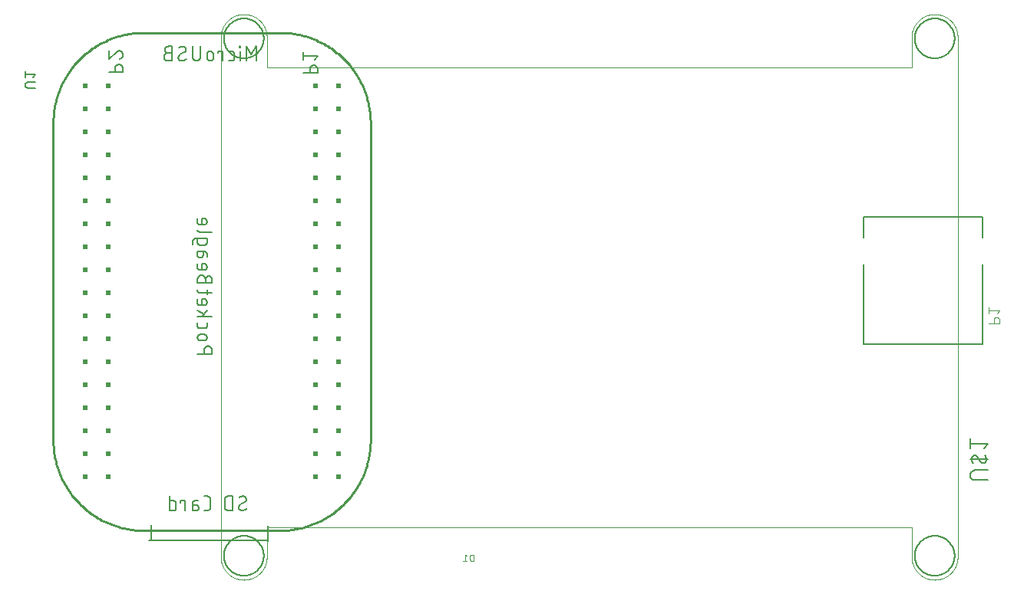
<source format=gbr>
G04 EAGLE Gerber RS-274X export*
G75*
%MOMM*%
%FSLAX34Y34*%
%LPD*%
%INSilkscreen Bottom*%
%IPPOS*%
%AMOC8*
5,1,8,0,0,1.08239X$1,22.5*%
G01*
%ADD10C,0.200000*%
%ADD11C,0.101600*%
%ADD12R,0.508000X0.508000*%
%ADD13C,0.254000*%
%ADD14C,0.203200*%
%ADD15C,0.152400*%
%ADD16C,0.006453*%
%ADD17C,0.177800*%


D10*
X1119600Y645300D02*
X1119600Y557300D01*
X988600Y557300D01*
X988600Y645300D01*
X1119600Y675300D02*
X1119600Y698300D01*
X988600Y698300D01*
X988600Y675300D01*
D11*
X1126732Y580736D02*
X1138437Y580736D01*
X1138437Y583988D01*
X1138438Y583988D02*
X1138436Y584100D01*
X1138430Y584212D01*
X1138421Y584324D01*
X1138407Y584436D01*
X1138390Y584547D01*
X1138368Y584657D01*
X1138344Y584766D01*
X1138315Y584875D01*
X1138282Y584982D01*
X1138246Y585089D01*
X1138206Y585193D01*
X1138163Y585297D01*
X1138116Y585399D01*
X1138066Y585499D01*
X1138012Y585598D01*
X1137954Y585694D01*
X1137894Y585789D01*
X1137830Y585881D01*
X1137763Y585971D01*
X1137693Y586059D01*
X1137620Y586144D01*
X1137544Y586227D01*
X1137466Y586307D01*
X1137384Y586385D01*
X1137300Y586459D01*
X1137214Y586531D01*
X1137125Y586599D01*
X1137033Y586664D01*
X1136940Y586727D01*
X1136844Y586785D01*
X1136747Y586841D01*
X1136647Y586893D01*
X1136546Y586942D01*
X1136443Y586987D01*
X1136339Y587029D01*
X1136234Y587067D01*
X1136127Y587101D01*
X1136019Y587132D01*
X1135910Y587158D01*
X1135800Y587182D01*
X1135689Y587201D01*
X1135578Y587216D01*
X1135466Y587228D01*
X1135354Y587236D01*
X1135242Y587240D01*
X1135130Y587240D01*
X1135018Y587236D01*
X1134906Y587228D01*
X1134794Y587216D01*
X1134683Y587201D01*
X1134572Y587182D01*
X1134462Y587158D01*
X1134353Y587132D01*
X1134245Y587101D01*
X1134138Y587067D01*
X1134033Y587029D01*
X1133929Y586987D01*
X1133826Y586942D01*
X1133725Y586893D01*
X1133625Y586841D01*
X1133528Y586785D01*
X1133432Y586727D01*
X1133339Y586664D01*
X1133247Y586599D01*
X1133158Y586531D01*
X1133072Y586459D01*
X1132988Y586385D01*
X1132906Y586307D01*
X1132828Y586227D01*
X1132752Y586144D01*
X1132679Y586059D01*
X1132609Y585971D01*
X1132542Y585881D01*
X1132478Y585789D01*
X1132418Y585694D01*
X1132360Y585598D01*
X1132306Y585499D01*
X1132256Y585399D01*
X1132209Y585297D01*
X1132166Y585193D01*
X1132126Y585089D01*
X1132090Y584982D01*
X1132057Y584875D01*
X1132028Y584766D01*
X1132004Y584657D01*
X1131982Y584547D01*
X1131965Y584436D01*
X1131951Y584324D01*
X1131942Y584212D01*
X1131936Y584100D01*
X1131934Y583988D01*
X1131934Y580736D01*
X1135836Y591634D02*
X1138437Y594886D01*
X1126732Y594886D01*
X1126732Y591634D02*
X1126732Y598138D01*
X558292Y325120D02*
X558292Y318008D01*
X558292Y325120D02*
X556316Y325120D01*
X556230Y325118D01*
X556144Y325112D01*
X556058Y325103D01*
X555973Y325090D01*
X555888Y325073D01*
X555805Y325053D01*
X555722Y325029D01*
X555640Y325001D01*
X555560Y324970D01*
X555481Y324935D01*
X555404Y324897D01*
X555328Y324855D01*
X555254Y324811D01*
X555183Y324763D01*
X555113Y324712D01*
X555046Y324658D01*
X554981Y324601D01*
X554919Y324541D01*
X554859Y324479D01*
X554802Y324414D01*
X554748Y324347D01*
X554697Y324277D01*
X554649Y324206D01*
X554605Y324132D01*
X554563Y324056D01*
X554525Y323979D01*
X554490Y323900D01*
X554459Y323820D01*
X554431Y323738D01*
X554407Y323655D01*
X554387Y323572D01*
X554370Y323487D01*
X554357Y323402D01*
X554348Y323316D01*
X554342Y323230D01*
X554340Y323144D01*
X554341Y323144D02*
X554341Y319984D01*
X554340Y319984D02*
X554342Y319898D01*
X554348Y319812D01*
X554357Y319726D01*
X554370Y319641D01*
X554387Y319556D01*
X554407Y319473D01*
X554431Y319390D01*
X554459Y319308D01*
X554490Y319228D01*
X554525Y319149D01*
X554563Y319072D01*
X554605Y318996D01*
X554649Y318922D01*
X554697Y318851D01*
X554748Y318781D01*
X554802Y318714D01*
X554859Y318649D01*
X554919Y318587D01*
X554981Y318527D01*
X555046Y318470D01*
X555113Y318416D01*
X555183Y318365D01*
X555254Y318317D01*
X555328Y318273D01*
X555404Y318231D01*
X555481Y318193D01*
X555560Y318158D01*
X555640Y318127D01*
X555722Y318099D01*
X555805Y318075D01*
X555888Y318055D01*
X555973Y318038D01*
X556058Y318025D01*
X556144Y318016D01*
X556230Y318010D01*
X556316Y318008D01*
X558292Y318008D01*
X550733Y323540D02*
X548757Y325120D01*
X548757Y318008D01*
X546782Y318008D02*
X550733Y318008D01*
D12*
X409200Y842600D03*
X383800Y842600D03*
X383800Y817200D03*
X409200Y817200D03*
X383800Y791800D03*
X409200Y791800D03*
X383800Y766400D03*
X383800Y741000D03*
X383800Y715600D03*
X409200Y766400D03*
X409200Y741000D03*
X409200Y715600D03*
X383800Y690200D03*
X409200Y690200D03*
X383800Y664800D03*
X409200Y664800D03*
X383800Y639400D03*
X409200Y639400D03*
X383800Y614000D03*
X409200Y614000D03*
X383800Y588600D03*
X409200Y588600D03*
X383800Y563200D03*
X409200Y563200D03*
X383800Y537800D03*
X409200Y537800D03*
X383800Y512400D03*
X409200Y512400D03*
X383800Y487000D03*
X409200Y487000D03*
X383800Y461600D03*
X409200Y461600D03*
X383800Y436200D03*
X409200Y436200D03*
X383800Y410800D03*
X409200Y410800D03*
X155200Y842600D03*
X129800Y842600D03*
X129800Y817200D03*
X155200Y817200D03*
X129800Y791800D03*
X155200Y791800D03*
X129800Y766400D03*
X129800Y741000D03*
X129800Y715600D03*
X155200Y766400D03*
X155200Y741000D03*
X155200Y715600D03*
X129800Y690200D03*
X155200Y690200D03*
X129800Y664800D03*
X155200Y664800D03*
X129800Y639400D03*
X155200Y639400D03*
X129800Y614000D03*
X155200Y614000D03*
X129800Y588600D03*
X155200Y588600D03*
X129800Y563200D03*
X155200Y563200D03*
X129800Y537800D03*
X155200Y537800D03*
X129800Y512400D03*
X155200Y512400D03*
X129800Y487000D03*
X155200Y487000D03*
X129800Y461600D03*
X155200Y461600D03*
X129800Y436200D03*
X155200Y436200D03*
X129800Y410800D03*
X155200Y410800D03*
D13*
X94500Y451700D02*
X94500Y801700D01*
X94529Y804116D01*
X94617Y806531D01*
X94763Y808943D01*
X94967Y811351D01*
X95229Y813754D01*
X95549Y816149D01*
X95927Y818536D01*
X96363Y820913D01*
X96856Y823278D01*
X97406Y825632D01*
X98012Y827971D01*
X98675Y830295D01*
X99394Y832602D01*
X100169Y834891D01*
X100998Y837160D01*
X101883Y839409D01*
X102821Y841636D01*
X103813Y843840D01*
X104857Y846019D01*
X105954Y848172D01*
X107103Y850298D01*
X108303Y852396D01*
X109553Y854464D01*
X110853Y856501D01*
X112202Y858506D01*
X113598Y860479D01*
X115042Y862416D01*
X116533Y864319D01*
X118068Y866184D01*
X119649Y868012D01*
X121273Y869802D01*
X122940Y871551D01*
X124649Y873260D01*
X126398Y874927D01*
X128188Y876551D01*
X130016Y878132D01*
X131881Y879667D01*
X133784Y881158D01*
X135721Y882602D01*
X137694Y883998D01*
X139699Y885347D01*
X141736Y886647D01*
X143804Y887897D01*
X145902Y889097D01*
X148028Y890246D01*
X150181Y891343D01*
X152360Y892387D01*
X154564Y893379D01*
X156791Y894317D01*
X159040Y895202D01*
X161309Y896031D01*
X163598Y896806D01*
X165905Y897525D01*
X168229Y898188D01*
X170568Y898794D01*
X172922Y899344D01*
X175287Y899837D01*
X177664Y900273D01*
X180051Y900651D01*
X182446Y900971D01*
X184849Y901233D01*
X187257Y901437D01*
X189669Y901583D01*
X192084Y901671D01*
X194500Y901700D01*
X344500Y901700D01*
X346916Y901671D01*
X349331Y901583D01*
X351743Y901437D01*
X354151Y901233D01*
X356554Y900971D01*
X358949Y900651D01*
X361336Y900273D01*
X363713Y899837D01*
X366078Y899344D01*
X368432Y898794D01*
X370771Y898188D01*
X373095Y897525D01*
X375402Y896806D01*
X377691Y896031D01*
X379960Y895202D01*
X382209Y894317D01*
X384436Y893379D01*
X386640Y892387D01*
X388819Y891343D01*
X390972Y890246D01*
X393098Y889097D01*
X395196Y887897D01*
X397264Y886647D01*
X399301Y885347D01*
X401306Y883998D01*
X403279Y882602D01*
X405216Y881158D01*
X407119Y879667D01*
X408984Y878132D01*
X410812Y876551D01*
X412602Y874927D01*
X414351Y873260D01*
X416060Y871551D01*
X417727Y869802D01*
X419351Y868012D01*
X420932Y866184D01*
X422467Y864319D01*
X423958Y862416D01*
X425402Y860479D01*
X426798Y858506D01*
X428147Y856501D01*
X429447Y854464D01*
X430697Y852396D01*
X431897Y850298D01*
X433046Y848172D01*
X434143Y846019D01*
X435187Y843840D01*
X436179Y841636D01*
X437117Y839409D01*
X438002Y837160D01*
X438831Y834891D01*
X439606Y832602D01*
X440325Y830295D01*
X440988Y827971D01*
X441594Y825632D01*
X442144Y823278D01*
X442637Y820913D01*
X443073Y818536D01*
X443451Y816149D01*
X443771Y813754D01*
X444033Y811351D01*
X444237Y808943D01*
X444383Y806531D01*
X444471Y804116D01*
X444500Y801700D01*
X444500Y451700D01*
X444471Y449284D01*
X444383Y446869D01*
X444237Y444457D01*
X444033Y442049D01*
X443771Y439646D01*
X443451Y437251D01*
X443073Y434864D01*
X442637Y432487D01*
X442144Y430122D01*
X441594Y427768D01*
X440988Y425429D01*
X440325Y423105D01*
X439606Y420798D01*
X438831Y418509D01*
X438002Y416240D01*
X437117Y413991D01*
X436179Y411764D01*
X435187Y409560D01*
X434143Y407381D01*
X433046Y405228D01*
X431897Y403102D01*
X430697Y401004D01*
X429447Y398936D01*
X428147Y396899D01*
X426798Y394894D01*
X425402Y392921D01*
X423958Y390984D01*
X422467Y389081D01*
X420932Y387216D01*
X419351Y385388D01*
X417727Y383598D01*
X416060Y381849D01*
X414351Y380140D01*
X412602Y378473D01*
X410812Y376849D01*
X408984Y375268D01*
X407119Y373733D01*
X405216Y372242D01*
X403279Y370798D01*
X401306Y369402D01*
X399301Y368053D01*
X397264Y366753D01*
X395196Y365503D01*
X393098Y364303D01*
X390972Y363154D01*
X388819Y362057D01*
X386640Y361013D01*
X384436Y360021D01*
X382209Y359083D01*
X379960Y358198D01*
X377691Y357369D01*
X375402Y356594D01*
X373095Y355875D01*
X370771Y355212D01*
X368432Y354606D01*
X366078Y354056D01*
X363713Y353563D01*
X361336Y353127D01*
X358949Y352749D01*
X356554Y352429D01*
X354151Y352167D01*
X351743Y351963D01*
X349331Y351817D01*
X346916Y351729D01*
X344500Y351700D01*
X194500Y351700D01*
X192084Y351729D01*
X189669Y351817D01*
X187257Y351963D01*
X184849Y352167D01*
X182446Y352429D01*
X180051Y352749D01*
X177664Y353127D01*
X175287Y353563D01*
X172922Y354056D01*
X170568Y354606D01*
X168229Y355212D01*
X165905Y355875D01*
X163598Y356594D01*
X161309Y357369D01*
X159040Y358198D01*
X156791Y359083D01*
X154564Y360021D01*
X152360Y361013D01*
X150181Y362057D01*
X148028Y363154D01*
X145902Y364303D01*
X143804Y365503D01*
X141736Y366753D01*
X139699Y368053D01*
X137694Y369402D01*
X135721Y370798D01*
X133784Y372242D01*
X131881Y373733D01*
X130016Y375268D01*
X128188Y376849D01*
X126398Y378473D01*
X124649Y380140D01*
X122940Y381849D01*
X121273Y383598D01*
X119649Y385388D01*
X118068Y387216D01*
X116533Y389081D01*
X115042Y390984D01*
X113598Y392921D01*
X112202Y394894D01*
X110853Y396899D01*
X109553Y398936D01*
X108303Y401004D01*
X107103Y403102D01*
X105954Y405228D01*
X104857Y407381D01*
X103813Y409560D01*
X102821Y411764D01*
X101883Y413991D01*
X100998Y416240D01*
X100169Y418509D01*
X99394Y420798D01*
X98675Y423105D01*
X98012Y425429D01*
X97406Y427768D01*
X96856Y430122D01*
X96363Y432487D01*
X95927Y434864D01*
X95549Y437251D01*
X95229Y439646D01*
X94967Y442049D01*
X94763Y444457D01*
X94617Y446869D01*
X94529Y449284D01*
X94500Y451700D01*
D14*
X253736Y546768D02*
X269484Y546768D01*
X269484Y551142D01*
X269482Y551273D01*
X269476Y551404D01*
X269466Y551534D01*
X269453Y551664D01*
X269435Y551794D01*
X269414Y551923D01*
X269388Y552051D01*
X269359Y552179D01*
X269326Y552306D01*
X269290Y552431D01*
X269249Y552556D01*
X269205Y552679D01*
X269157Y552801D01*
X269106Y552921D01*
X269051Y553040D01*
X268992Y553157D01*
X268930Y553272D01*
X268865Y553385D01*
X268796Y553497D01*
X268724Y553606D01*
X268649Y553713D01*
X268570Y553818D01*
X268489Y553920D01*
X268404Y554020D01*
X268316Y554117D01*
X268226Y554212D01*
X268133Y554304D01*
X268037Y554393D01*
X267938Y554479D01*
X267837Y554562D01*
X267734Y554642D01*
X267628Y554719D01*
X267520Y554792D01*
X267409Y554863D01*
X267297Y554930D01*
X267183Y554994D01*
X267067Y555054D01*
X266949Y555111D01*
X266829Y555164D01*
X266708Y555214D01*
X266585Y555260D01*
X266462Y555302D01*
X266337Y555340D01*
X266210Y555375D01*
X266083Y555406D01*
X265955Y555434D01*
X265827Y555457D01*
X265697Y555476D01*
X265567Y555492D01*
X265437Y555504D01*
X265306Y555512D01*
X265175Y555516D01*
X265045Y555516D01*
X264914Y555512D01*
X264783Y555504D01*
X264653Y555492D01*
X264523Y555476D01*
X264393Y555457D01*
X264265Y555434D01*
X264137Y555406D01*
X264010Y555375D01*
X263883Y555340D01*
X263758Y555302D01*
X263635Y555260D01*
X263512Y555214D01*
X263391Y555164D01*
X263271Y555111D01*
X263153Y555054D01*
X263037Y554994D01*
X262923Y554930D01*
X262811Y554863D01*
X262700Y554792D01*
X262592Y554719D01*
X262486Y554642D01*
X262383Y554562D01*
X262282Y554479D01*
X262183Y554393D01*
X262087Y554304D01*
X261994Y554212D01*
X261904Y554117D01*
X261816Y554020D01*
X261731Y553920D01*
X261650Y553818D01*
X261571Y553713D01*
X261496Y553606D01*
X261424Y553497D01*
X261355Y553385D01*
X261290Y553272D01*
X261228Y553157D01*
X261169Y553040D01*
X261114Y552921D01*
X261063Y552801D01*
X261015Y552679D01*
X260971Y552556D01*
X260930Y552431D01*
X260894Y552306D01*
X260861Y552179D01*
X260832Y552051D01*
X260806Y551923D01*
X260785Y551794D01*
X260767Y551664D01*
X260754Y551534D01*
X260744Y551404D01*
X260738Y551273D01*
X260736Y551142D01*
X260735Y551142D02*
X260735Y546768D01*
X260735Y561457D02*
X257236Y561457D01*
X260735Y561457D02*
X260853Y561459D01*
X260971Y561465D01*
X261089Y561475D01*
X261206Y561489D01*
X261323Y561507D01*
X261440Y561529D01*
X261555Y561554D01*
X261669Y561584D01*
X261783Y561618D01*
X261895Y561655D01*
X262006Y561696D01*
X262115Y561741D01*
X262223Y561789D01*
X262329Y561841D01*
X262434Y561897D01*
X262536Y561956D01*
X262636Y562018D01*
X262734Y562084D01*
X262830Y562153D01*
X262924Y562226D01*
X263015Y562301D01*
X263103Y562380D01*
X263189Y562461D01*
X263272Y562546D01*
X263352Y562633D01*
X263429Y562722D01*
X263503Y562815D01*
X263573Y562909D01*
X263641Y563006D01*
X263705Y563106D01*
X263766Y563207D01*
X263823Y563310D01*
X263877Y563416D01*
X263928Y563523D01*
X263974Y563631D01*
X264017Y563741D01*
X264056Y563853D01*
X264092Y563966D01*
X264123Y564080D01*
X264151Y564195D01*
X264175Y564310D01*
X264195Y564427D01*
X264211Y564544D01*
X264223Y564662D01*
X264231Y564780D01*
X264235Y564898D01*
X264235Y565016D01*
X264231Y565134D01*
X264223Y565252D01*
X264211Y565370D01*
X264195Y565487D01*
X264175Y565604D01*
X264151Y565719D01*
X264123Y565834D01*
X264092Y565948D01*
X264056Y566061D01*
X264017Y566173D01*
X263974Y566283D01*
X263928Y566391D01*
X263877Y566498D01*
X263823Y566604D01*
X263766Y566707D01*
X263705Y566808D01*
X263641Y566908D01*
X263573Y567005D01*
X263503Y567099D01*
X263429Y567192D01*
X263352Y567281D01*
X263272Y567368D01*
X263189Y567453D01*
X263103Y567534D01*
X263015Y567613D01*
X262924Y567688D01*
X262830Y567761D01*
X262734Y567830D01*
X262636Y567896D01*
X262536Y567958D01*
X262434Y568017D01*
X262329Y568073D01*
X262223Y568125D01*
X262115Y568173D01*
X262006Y568218D01*
X261895Y568259D01*
X261783Y568296D01*
X261669Y568330D01*
X261555Y568360D01*
X261440Y568385D01*
X261323Y568407D01*
X261206Y568425D01*
X261089Y568439D01*
X260971Y568449D01*
X260853Y568455D01*
X260735Y568457D01*
X260735Y568456D02*
X257236Y568456D01*
X257236Y568457D02*
X257118Y568455D01*
X257000Y568449D01*
X256882Y568439D01*
X256765Y568425D01*
X256648Y568407D01*
X256531Y568385D01*
X256416Y568360D01*
X256302Y568330D01*
X256188Y568296D01*
X256076Y568259D01*
X255965Y568218D01*
X255856Y568173D01*
X255748Y568125D01*
X255642Y568073D01*
X255537Y568017D01*
X255435Y567958D01*
X255335Y567896D01*
X255237Y567830D01*
X255141Y567761D01*
X255047Y567688D01*
X254956Y567613D01*
X254868Y567534D01*
X254782Y567453D01*
X254699Y567368D01*
X254619Y567281D01*
X254542Y567192D01*
X254468Y567099D01*
X254398Y567005D01*
X254330Y566908D01*
X254266Y566808D01*
X254205Y566707D01*
X254148Y566604D01*
X254094Y566498D01*
X254043Y566391D01*
X253997Y566283D01*
X253954Y566173D01*
X253915Y566061D01*
X253879Y565948D01*
X253848Y565834D01*
X253820Y565719D01*
X253796Y565604D01*
X253776Y565487D01*
X253760Y565370D01*
X253748Y565252D01*
X253740Y565134D01*
X253736Y565016D01*
X253736Y564898D01*
X253740Y564780D01*
X253748Y564662D01*
X253760Y564544D01*
X253776Y564427D01*
X253796Y564310D01*
X253820Y564195D01*
X253848Y564080D01*
X253879Y563966D01*
X253915Y563853D01*
X253954Y563741D01*
X253997Y563631D01*
X254043Y563523D01*
X254094Y563416D01*
X254148Y563310D01*
X254205Y563207D01*
X254266Y563106D01*
X254330Y563006D01*
X254398Y562909D01*
X254468Y562815D01*
X254542Y562722D01*
X254619Y562633D01*
X254699Y562546D01*
X254782Y562461D01*
X254868Y562380D01*
X254956Y562301D01*
X255047Y562226D01*
X255141Y562153D01*
X255237Y562084D01*
X255335Y562018D01*
X255435Y561956D01*
X255537Y561897D01*
X255642Y561841D01*
X255748Y561789D01*
X255856Y561741D01*
X255965Y561696D01*
X256076Y561655D01*
X256188Y561618D01*
X256302Y561584D01*
X256416Y561554D01*
X256531Y561529D01*
X256648Y561507D01*
X256765Y561489D01*
X256882Y561475D01*
X257000Y561465D01*
X257118Y561459D01*
X257236Y561457D01*
X253736Y577650D02*
X253736Y581149D01*
X253736Y577650D02*
X253738Y577549D01*
X253744Y577449D01*
X253753Y577349D01*
X253767Y577249D01*
X253784Y577150D01*
X253805Y577052D01*
X253830Y576954D01*
X253858Y576858D01*
X253891Y576763D01*
X253926Y576669D01*
X253966Y576576D01*
X254009Y576485D01*
X254055Y576396D01*
X254105Y576309D01*
X254158Y576223D01*
X254214Y576140D01*
X254273Y576059D01*
X254336Y575980D01*
X254401Y575904D01*
X254470Y575830D01*
X254541Y575759D01*
X254615Y575690D01*
X254691Y575625D01*
X254770Y575562D01*
X254851Y575503D01*
X254934Y575447D01*
X255020Y575394D01*
X255107Y575344D01*
X255196Y575298D01*
X255287Y575255D01*
X255380Y575215D01*
X255474Y575180D01*
X255569Y575147D01*
X255665Y575119D01*
X255763Y575094D01*
X255861Y575073D01*
X255960Y575056D01*
X256060Y575042D01*
X256160Y575033D01*
X256260Y575027D01*
X256361Y575025D01*
X261610Y575025D01*
X261711Y575027D01*
X261811Y575033D01*
X261911Y575042D01*
X262011Y575056D01*
X262110Y575073D01*
X262208Y575094D01*
X262306Y575119D01*
X262402Y575147D01*
X262497Y575180D01*
X262591Y575215D01*
X262684Y575255D01*
X262775Y575298D01*
X262864Y575344D01*
X262951Y575394D01*
X263037Y575447D01*
X263120Y575503D01*
X263201Y575562D01*
X263280Y575625D01*
X263356Y575690D01*
X263430Y575759D01*
X263501Y575830D01*
X263570Y575904D01*
X263635Y575980D01*
X263698Y576059D01*
X263757Y576140D01*
X263813Y576223D01*
X263866Y576309D01*
X263916Y576396D01*
X263962Y576485D01*
X264005Y576576D01*
X264045Y576669D01*
X264081Y576763D01*
X264113Y576858D01*
X264141Y576954D01*
X264166Y577052D01*
X264187Y577150D01*
X264204Y577249D01*
X264218Y577349D01*
X264227Y577449D01*
X264233Y577549D01*
X264235Y577650D01*
X264235Y581149D01*
X269484Y587712D02*
X253736Y587712D01*
X258985Y587712D02*
X264235Y594711D01*
X261173Y590774D02*
X253736Y594711D01*
X253736Y603160D02*
X253736Y607534D01*
X253736Y603160D02*
X253738Y603059D01*
X253744Y602959D01*
X253753Y602859D01*
X253767Y602759D01*
X253784Y602660D01*
X253805Y602562D01*
X253830Y602464D01*
X253858Y602368D01*
X253891Y602273D01*
X253926Y602179D01*
X253966Y602086D01*
X254009Y601995D01*
X254055Y601906D01*
X254105Y601819D01*
X254158Y601733D01*
X254214Y601650D01*
X254273Y601569D01*
X254336Y601490D01*
X254401Y601414D01*
X254470Y601340D01*
X254541Y601269D01*
X254615Y601200D01*
X254691Y601135D01*
X254770Y601072D01*
X254851Y601013D01*
X254934Y600957D01*
X255020Y600904D01*
X255107Y600854D01*
X255196Y600808D01*
X255287Y600765D01*
X255380Y600725D01*
X255474Y600690D01*
X255569Y600657D01*
X255665Y600629D01*
X255763Y600604D01*
X255861Y600583D01*
X255960Y600566D01*
X256060Y600552D01*
X256160Y600543D01*
X256260Y600537D01*
X256361Y600535D01*
X260735Y600535D01*
X260853Y600537D01*
X260971Y600543D01*
X261089Y600553D01*
X261206Y600567D01*
X261323Y600585D01*
X261440Y600607D01*
X261555Y600632D01*
X261669Y600662D01*
X261783Y600696D01*
X261895Y600733D01*
X262006Y600774D01*
X262115Y600819D01*
X262223Y600867D01*
X262329Y600919D01*
X262434Y600975D01*
X262536Y601034D01*
X262636Y601096D01*
X262734Y601162D01*
X262830Y601231D01*
X262924Y601304D01*
X263015Y601379D01*
X263103Y601458D01*
X263189Y601539D01*
X263272Y601624D01*
X263352Y601711D01*
X263429Y601800D01*
X263503Y601893D01*
X263573Y601987D01*
X263641Y602084D01*
X263705Y602184D01*
X263766Y602285D01*
X263823Y602388D01*
X263877Y602494D01*
X263928Y602601D01*
X263974Y602709D01*
X264017Y602819D01*
X264056Y602931D01*
X264092Y603044D01*
X264123Y603158D01*
X264151Y603273D01*
X264175Y603388D01*
X264195Y603505D01*
X264211Y603622D01*
X264223Y603740D01*
X264231Y603858D01*
X264235Y603976D01*
X264235Y604094D01*
X264231Y604212D01*
X264223Y604330D01*
X264211Y604448D01*
X264195Y604565D01*
X264175Y604682D01*
X264151Y604797D01*
X264123Y604912D01*
X264092Y605026D01*
X264056Y605139D01*
X264017Y605251D01*
X263974Y605361D01*
X263928Y605469D01*
X263877Y605576D01*
X263823Y605682D01*
X263766Y605785D01*
X263705Y605886D01*
X263641Y605986D01*
X263573Y606083D01*
X263503Y606177D01*
X263429Y606270D01*
X263352Y606359D01*
X263272Y606446D01*
X263189Y606531D01*
X263103Y606612D01*
X263015Y606691D01*
X262924Y606766D01*
X262830Y606839D01*
X262734Y606908D01*
X262636Y606974D01*
X262536Y607036D01*
X262434Y607095D01*
X262329Y607151D01*
X262223Y607203D01*
X262115Y607251D01*
X262006Y607296D01*
X261895Y607337D01*
X261783Y607374D01*
X261669Y607408D01*
X261555Y607438D01*
X261440Y607463D01*
X261323Y607485D01*
X261206Y607503D01*
X261089Y607517D01*
X260971Y607527D01*
X260853Y607533D01*
X260735Y607535D01*
X260735Y607534D02*
X258985Y607534D01*
X258985Y600535D01*
X264235Y612733D02*
X264235Y617982D01*
X269484Y614483D02*
X256361Y614483D01*
X256260Y614485D01*
X256160Y614491D01*
X256060Y614500D01*
X255960Y614514D01*
X255861Y614531D01*
X255763Y614552D01*
X255665Y614577D01*
X255569Y614605D01*
X255474Y614638D01*
X255380Y614673D01*
X255287Y614713D01*
X255196Y614756D01*
X255107Y614802D01*
X255020Y614852D01*
X254934Y614905D01*
X254851Y614961D01*
X254770Y615020D01*
X254691Y615083D01*
X254615Y615148D01*
X254541Y615217D01*
X254470Y615288D01*
X254401Y615362D01*
X254336Y615438D01*
X254273Y615517D01*
X254214Y615598D01*
X254158Y615681D01*
X254105Y615767D01*
X254055Y615854D01*
X254009Y615943D01*
X253966Y616034D01*
X253926Y616127D01*
X253891Y616221D01*
X253858Y616316D01*
X253830Y616412D01*
X253805Y616510D01*
X253784Y616608D01*
X253767Y616707D01*
X253753Y616807D01*
X253744Y616907D01*
X253738Y617007D01*
X253736Y617108D01*
X253736Y617982D01*
X262485Y624924D02*
X262485Y629298D01*
X262484Y629298D02*
X262482Y629429D01*
X262476Y629560D01*
X262466Y629690D01*
X262453Y629820D01*
X262435Y629950D01*
X262414Y630079D01*
X262388Y630207D01*
X262359Y630335D01*
X262326Y630462D01*
X262290Y630587D01*
X262249Y630712D01*
X262205Y630835D01*
X262157Y630957D01*
X262106Y631077D01*
X262051Y631196D01*
X261992Y631313D01*
X261930Y631428D01*
X261865Y631541D01*
X261796Y631653D01*
X261724Y631762D01*
X261649Y631869D01*
X261570Y631974D01*
X261489Y632076D01*
X261404Y632176D01*
X261316Y632273D01*
X261226Y632368D01*
X261133Y632460D01*
X261037Y632549D01*
X260938Y632635D01*
X260837Y632718D01*
X260734Y632798D01*
X260628Y632875D01*
X260520Y632948D01*
X260409Y633019D01*
X260297Y633086D01*
X260183Y633150D01*
X260067Y633210D01*
X259949Y633267D01*
X259829Y633320D01*
X259708Y633370D01*
X259585Y633416D01*
X259462Y633458D01*
X259337Y633496D01*
X259210Y633531D01*
X259083Y633562D01*
X258955Y633590D01*
X258827Y633613D01*
X258697Y633632D01*
X258567Y633648D01*
X258437Y633660D01*
X258306Y633668D01*
X258175Y633672D01*
X258045Y633672D01*
X257914Y633668D01*
X257783Y633660D01*
X257653Y633648D01*
X257523Y633632D01*
X257393Y633613D01*
X257265Y633590D01*
X257137Y633562D01*
X257010Y633531D01*
X256883Y633496D01*
X256758Y633458D01*
X256635Y633416D01*
X256512Y633370D01*
X256391Y633320D01*
X256271Y633267D01*
X256153Y633210D01*
X256037Y633150D01*
X255923Y633086D01*
X255811Y633019D01*
X255700Y632948D01*
X255592Y632875D01*
X255486Y632798D01*
X255383Y632718D01*
X255282Y632635D01*
X255183Y632549D01*
X255087Y632460D01*
X254994Y632368D01*
X254904Y632273D01*
X254816Y632176D01*
X254731Y632076D01*
X254650Y631974D01*
X254571Y631869D01*
X254496Y631762D01*
X254424Y631653D01*
X254355Y631541D01*
X254290Y631428D01*
X254228Y631313D01*
X254169Y631196D01*
X254114Y631077D01*
X254063Y630957D01*
X254015Y630835D01*
X253971Y630712D01*
X253930Y630587D01*
X253894Y630462D01*
X253861Y630335D01*
X253832Y630207D01*
X253806Y630079D01*
X253785Y629950D01*
X253767Y629820D01*
X253754Y629690D01*
X253744Y629560D01*
X253738Y629429D01*
X253736Y629298D01*
X253736Y624924D01*
X269484Y624924D01*
X269484Y629298D01*
X269482Y629416D01*
X269476Y629534D01*
X269466Y629652D01*
X269452Y629769D01*
X269434Y629886D01*
X269412Y630003D01*
X269387Y630118D01*
X269357Y630232D01*
X269323Y630346D01*
X269286Y630458D01*
X269245Y630569D01*
X269200Y630678D01*
X269152Y630786D01*
X269100Y630892D01*
X269044Y630997D01*
X268985Y631099D01*
X268923Y631199D01*
X268857Y631297D01*
X268788Y631393D01*
X268715Y631487D01*
X268640Y631578D01*
X268561Y631666D01*
X268480Y631752D01*
X268395Y631835D01*
X268308Y631915D01*
X268219Y631992D01*
X268126Y632066D01*
X268032Y632136D01*
X267935Y632204D01*
X267835Y632268D01*
X267734Y632329D01*
X267631Y632386D01*
X267525Y632440D01*
X267418Y632491D01*
X267310Y632537D01*
X267200Y632580D01*
X267088Y632619D01*
X266975Y632655D01*
X266861Y632686D01*
X266746Y632714D01*
X266631Y632738D01*
X266514Y632758D01*
X266397Y632774D01*
X266279Y632786D01*
X266161Y632794D01*
X266043Y632798D01*
X265925Y632798D01*
X265807Y632794D01*
X265689Y632786D01*
X265571Y632774D01*
X265454Y632758D01*
X265337Y632738D01*
X265222Y632714D01*
X265107Y632686D01*
X264993Y632655D01*
X264880Y632619D01*
X264768Y632580D01*
X264658Y632537D01*
X264550Y632491D01*
X264443Y632440D01*
X264337Y632386D01*
X264234Y632329D01*
X264133Y632268D01*
X264033Y632204D01*
X263936Y632136D01*
X263842Y632066D01*
X263749Y631992D01*
X263660Y631915D01*
X263573Y631835D01*
X263488Y631752D01*
X263407Y631666D01*
X263328Y631578D01*
X263253Y631487D01*
X263180Y631393D01*
X263111Y631297D01*
X263045Y631199D01*
X262983Y631099D01*
X262924Y630997D01*
X262868Y630892D01*
X262816Y630786D01*
X262768Y630678D01*
X262723Y630569D01*
X262682Y630458D01*
X262645Y630346D01*
X262611Y630232D01*
X262581Y630118D01*
X262556Y630003D01*
X262534Y629886D01*
X262516Y629769D01*
X262502Y629652D01*
X262492Y629534D01*
X262486Y629416D01*
X262484Y629298D01*
X253736Y642238D02*
X253736Y646612D01*
X253736Y642238D02*
X253738Y642137D01*
X253744Y642037D01*
X253753Y641937D01*
X253767Y641837D01*
X253784Y641738D01*
X253805Y641640D01*
X253830Y641542D01*
X253858Y641446D01*
X253891Y641351D01*
X253926Y641257D01*
X253966Y641164D01*
X254009Y641073D01*
X254055Y640984D01*
X254105Y640897D01*
X254158Y640811D01*
X254214Y640728D01*
X254273Y640647D01*
X254336Y640568D01*
X254401Y640492D01*
X254470Y640418D01*
X254541Y640347D01*
X254615Y640278D01*
X254691Y640213D01*
X254770Y640150D01*
X254851Y640091D01*
X254934Y640035D01*
X255020Y639982D01*
X255107Y639932D01*
X255196Y639886D01*
X255287Y639843D01*
X255380Y639803D01*
X255474Y639768D01*
X255569Y639735D01*
X255665Y639707D01*
X255763Y639682D01*
X255861Y639661D01*
X255960Y639644D01*
X256060Y639630D01*
X256160Y639621D01*
X256260Y639615D01*
X256361Y639613D01*
X260735Y639613D01*
X260853Y639615D01*
X260971Y639621D01*
X261089Y639631D01*
X261206Y639645D01*
X261323Y639663D01*
X261440Y639685D01*
X261555Y639710D01*
X261669Y639740D01*
X261783Y639774D01*
X261895Y639811D01*
X262006Y639852D01*
X262115Y639897D01*
X262223Y639945D01*
X262329Y639997D01*
X262434Y640053D01*
X262536Y640112D01*
X262636Y640174D01*
X262734Y640240D01*
X262830Y640309D01*
X262924Y640382D01*
X263015Y640457D01*
X263103Y640536D01*
X263189Y640617D01*
X263272Y640702D01*
X263352Y640789D01*
X263429Y640878D01*
X263503Y640971D01*
X263573Y641065D01*
X263641Y641162D01*
X263705Y641262D01*
X263766Y641363D01*
X263823Y641466D01*
X263877Y641572D01*
X263928Y641679D01*
X263974Y641787D01*
X264017Y641897D01*
X264056Y642009D01*
X264092Y642122D01*
X264123Y642236D01*
X264151Y642351D01*
X264175Y642466D01*
X264195Y642583D01*
X264211Y642700D01*
X264223Y642818D01*
X264231Y642936D01*
X264235Y643054D01*
X264235Y643172D01*
X264231Y643290D01*
X264223Y643408D01*
X264211Y643526D01*
X264195Y643643D01*
X264175Y643760D01*
X264151Y643875D01*
X264123Y643990D01*
X264092Y644104D01*
X264056Y644217D01*
X264017Y644329D01*
X263974Y644439D01*
X263928Y644547D01*
X263877Y644654D01*
X263823Y644760D01*
X263766Y644863D01*
X263705Y644964D01*
X263641Y645064D01*
X263573Y645161D01*
X263503Y645255D01*
X263429Y645348D01*
X263352Y645437D01*
X263272Y645524D01*
X263189Y645609D01*
X263103Y645690D01*
X263015Y645769D01*
X262924Y645844D01*
X262830Y645917D01*
X262734Y645986D01*
X262636Y646052D01*
X262536Y646114D01*
X262434Y646173D01*
X262329Y646229D01*
X262223Y646281D01*
X262115Y646329D01*
X262006Y646374D01*
X261895Y646415D01*
X261783Y646452D01*
X261669Y646486D01*
X261555Y646516D01*
X261440Y646541D01*
X261323Y646563D01*
X261206Y646581D01*
X261089Y646595D01*
X260971Y646605D01*
X260853Y646611D01*
X260735Y646613D01*
X260735Y646612D02*
X258985Y646612D01*
X258985Y639613D01*
X259860Y656134D02*
X259860Y660071D01*
X259860Y656134D02*
X259858Y656025D01*
X259852Y655916D01*
X259842Y655807D01*
X259829Y655698D01*
X259811Y655590D01*
X259790Y655483D01*
X259765Y655377D01*
X259736Y655271D01*
X259703Y655167D01*
X259667Y655064D01*
X259627Y654962D01*
X259583Y654862D01*
X259536Y654763D01*
X259485Y654667D01*
X259431Y654572D01*
X259374Y654479D01*
X259313Y654388D01*
X259249Y654299D01*
X259182Y654213D01*
X259112Y654129D01*
X259039Y654047D01*
X258963Y653969D01*
X258885Y653893D01*
X258803Y653820D01*
X258719Y653750D01*
X258633Y653683D01*
X258544Y653619D01*
X258453Y653558D01*
X258360Y653501D01*
X258265Y653447D01*
X258169Y653396D01*
X258070Y653349D01*
X257970Y653305D01*
X257868Y653265D01*
X257765Y653229D01*
X257661Y653196D01*
X257555Y653167D01*
X257449Y653142D01*
X257342Y653121D01*
X257234Y653103D01*
X257125Y653090D01*
X257016Y653080D01*
X256907Y653074D01*
X256798Y653072D01*
X256689Y653074D01*
X256580Y653080D01*
X256471Y653090D01*
X256362Y653103D01*
X256254Y653121D01*
X256147Y653142D01*
X256041Y653167D01*
X255935Y653196D01*
X255831Y653229D01*
X255728Y653265D01*
X255626Y653305D01*
X255526Y653349D01*
X255427Y653396D01*
X255331Y653447D01*
X255236Y653501D01*
X255143Y653558D01*
X255052Y653619D01*
X254963Y653683D01*
X254877Y653750D01*
X254793Y653820D01*
X254711Y653893D01*
X254633Y653969D01*
X254557Y654047D01*
X254484Y654129D01*
X254414Y654213D01*
X254347Y654299D01*
X254283Y654388D01*
X254222Y654479D01*
X254165Y654572D01*
X254111Y654667D01*
X254060Y654763D01*
X254013Y654862D01*
X253969Y654962D01*
X253929Y655064D01*
X253893Y655167D01*
X253860Y655271D01*
X253831Y655377D01*
X253806Y655483D01*
X253785Y655590D01*
X253767Y655698D01*
X253754Y655807D01*
X253744Y655916D01*
X253738Y656025D01*
X253736Y656134D01*
X253736Y660071D01*
X261610Y660071D01*
X261610Y660072D02*
X261711Y660070D01*
X261811Y660064D01*
X261911Y660055D01*
X262011Y660041D01*
X262110Y660024D01*
X262208Y660003D01*
X262306Y659978D01*
X262402Y659950D01*
X262497Y659917D01*
X262591Y659882D01*
X262684Y659842D01*
X262775Y659799D01*
X262864Y659753D01*
X262951Y659703D01*
X263037Y659650D01*
X263120Y659594D01*
X263201Y659535D01*
X263280Y659472D01*
X263356Y659407D01*
X263430Y659338D01*
X263501Y659267D01*
X263570Y659193D01*
X263635Y659117D01*
X263698Y659038D01*
X263757Y658957D01*
X263813Y658874D01*
X263866Y658788D01*
X263916Y658701D01*
X263962Y658612D01*
X264005Y658521D01*
X264045Y658428D01*
X264080Y658334D01*
X264113Y658239D01*
X264141Y658143D01*
X264166Y658045D01*
X264187Y657947D01*
X264204Y657848D01*
X264218Y657748D01*
X264227Y657648D01*
X264233Y657548D01*
X264235Y657447D01*
X264235Y653947D01*
X253736Y669765D02*
X253736Y674139D01*
X253736Y669765D02*
X253738Y669664D01*
X253744Y669564D01*
X253753Y669464D01*
X253767Y669364D01*
X253784Y669265D01*
X253805Y669167D01*
X253830Y669069D01*
X253858Y668973D01*
X253891Y668878D01*
X253926Y668784D01*
X253966Y668691D01*
X254009Y668600D01*
X254055Y668511D01*
X254105Y668424D01*
X254158Y668338D01*
X254214Y668255D01*
X254273Y668174D01*
X254336Y668095D01*
X254401Y668019D01*
X254470Y667945D01*
X254541Y667874D01*
X254615Y667805D01*
X254691Y667740D01*
X254770Y667677D01*
X254851Y667618D01*
X254934Y667562D01*
X255020Y667509D01*
X255107Y667459D01*
X255196Y667413D01*
X255287Y667370D01*
X255380Y667330D01*
X255474Y667295D01*
X255569Y667262D01*
X255665Y667234D01*
X255763Y667209D01*
X255861Y667188D01*
X255960Y667171D01*
X256060Y667157D01*
X256160Y667148D01*
X256260Y667142D01*
X256361Y667140D01*
X261610Y667140D01*
X261711Y667142D01*
X261811Y667148D01*
X261911Y667157D01*
X262011Y667171D01*
X262110Y667188D01*
X262208Y667209D01*
X262306Y667234D01*
X262402Y667262D01*
X262497Y667295D01*
X262591Y667330D01*
X262684Y667370D01*
X262775Y667413D01*
X262864Y667459D01*
X262951Y667509D01*
X263037Y667562D01*
X263120Y667618D01*
X263201Y667677D01*
X263280Y667740D01*
X263356Y667805D01*
X263430Y667874D01*
X263501Y667945D01*
X263570Y668019D01*
X263635Y668095D01*
X263698Y668174D01*
X263757Y668255D01*
X263813Y668338D01*
X263866Y668424D01*
X263916Y668511D01*
X263962Y668600D01*
X264005Y668691D01*
X264045Y668784D01*
X264081Y668878D01*
X264113Y668973D01*
X264141Y669069D01*
X264166Y669167D01*
X264187Y669265D01*
X264204Y669364D01*
X264218Y669464D01*
X264227Y669564D01*
X264233Y669664D01*
X264235Y669765D01*
X264235Y674139D01*
X251111Y674139D01*
X251111Y674140D02*
X251010Y674138D01*
X250910Y674132D01*
X250810Y674123D01*
X250710Y674109D01*
X250611Y674092D01*
X250513Y674071D01*
X250415Y674046D01*
X250319Y674018D01*
X250224Y673985D01*
X250130Y673950D01*
X250037Y673910D01*
X249946Y673867D01*
X249857Y673821D01*
X249770Y673771D01*
X249684Y673718D01*
X249601Y673662D01*
X249520Y673603D01*
X249441Y673540D01*
X249365Y673475D01*
X249291Y673406D01*
X249220Y673335D01*
X249151Y673261D01*
X249086Y673185D01*
X249023Y673106D01*
X248964Y673025D01*
X248908Y672942D01*
X248855Y672856D01*
X248805Y672769D01*
X248759Y672680D01*
X248716Y672589D01*
X248676Y672496D01*
X248641Y672402D01*
X248608Y672307D01*
X248580Y672211D01*
X248555Y672113D01*
X248534Y672015D01*
X248517Y671916D01*
X248503Y671816D01*
X248494Y671716D01*
X248488Y671616D01*
X248486Y671515D01*
X248487Y671515D02*
X248487Y668015D01*
X256361Y681476D02*
X269484Y681476D01*
X256361Y681475D02*
X256260Y681477D01*
X256160Y681483D01*
X256060Y681492D01*
X255960Y681506D01*
X255861Y681523D01*
X255763Y681544D01*
X255665Y681569D01*
X255569Y681597D01*
X255474Y681630D01*
X255380Y681665D01*
X255287Y681705D01*
X255196Y681748D01*
X255107Y681794D01*
X255020Y681844D01*
X254934Y681897D01*
X254851Y681953D01*
X254770Y682012D01*
X254691Y682075D01*
X254615Y682140D01*
X254541Y682209D01*
X254470Y682280D01*
X254401Y682354D01*
X254336Y682430D01*
X254273Y682509D01*
X254214Y682590D01*
X254158Y682673D01*
X254105Y682759D01*
X254055Y682846D01*
X254009Y682935D01*
X253966Y683026D01*
X253926Y683119D01*
X253891Y683213D01*
X253858Y683308D01*
X253830Y683404D01*
X253805Y683502D01*
X253784Y683600D01*
X253767Y683699D01*
X253753Y683799D01*
X253744Y683899D01*
X253738Y683999D01*
X253736Y684100D01*
X253736Y692258D02*
X253736Y696632D01*
X253736Y692258D02*
X253738Y692157D01*
X253744Y692057D01*
X253753Y691957D01*
X253767Y691857D01*
X253784Y691758D01*
X253805Y691660D01*
X253830Y691562D01*
X253858Y691466D01*
X253891Y691371D01*
X253926Y691277D01*
X253966Y691184D01*
X254009Y691093D01*
X254055Y691004D01*
X254105Y690917D01*
X254158Y690831D01*
X254214Y690748D01*
X254273Y690667D01*
X254336Y690588D01*
X254401Y690512D01*
X254470Y690438D01*
X254541Y690367D01*
X254615Y690298D01*
X254691Y690233D01*
X254770Y690170D01*
X254851Y690111D01*
X254934Y690055D01*
X255020Y690002D01*
X255107Y689952D01*
X255196Y689906D01*
X255287Y689863D01*
X255380Y689823D01*
X255474Y689788D01*
X255569Y689755D01*
X255665Y689727D01*
X255763Y689702D01*
X255861Y689681D01*
X255960Y689664D01*
X256060Y689650D01*
X256160Y689641D01*
X256260Y689635D01*
X256361Y689633D01*
X260735Y689633D01*
X260853Y689635D01*
X260971Y689641D01*
X261089Y689651D01*
X261206Y689665D01*
X261323Y689683D01*
X261440Y689705D01*
X261555Y689730D01*
X261669Y689760D01*
X261783Y689794D01*
X261895Y689831D01*
X262006Y689872D01*
X262115Y689917D01*
X262223Y689965D01*
X262329Y690017D01*
X262434Y690073D01*
X262536Y690132D01*
X262636Y690194D01*
X262734Y690260D01*
X262830Y690329D01*
X262924Y690402D01*
X263015Y690477D01*
X263103Y690556D01*
X263189Y690637D01*
X263272Y690722D01*
X263352Y690809D01*
X263429Y690898D01*
X263503Y690991D01*
X263573Y691085D01*
X263641Y691182D01*
X263705Y691282D01*
X263766Y691383D01*
X263823Y691486D01*
X263877Y691592D01*
X263928Y691699D01*
X263974Y691807D01*
X264017Y691917D01*
X264056Y692029D01*
X264092Y692142D01*
X264123Y692256D01*
X264151Y692371D01*
X264175Y692486D01*
X264195Y692603D01*
X264211Y692720D01*
X264223Y692838D01*
X264231Y692956D01*
X264235Y693074D01*
X264235Y693192D01*
X264231Y693310D01*
X264223Y693428D01*
X264211Y693546D01*
X264195Y693663D01*
X264175Y693780D01*
X264151Y693895D01*
X264123Y694010D01*
X264092Y694124D01*
X264056Y694237D01*
X264017Y694349D01*
X263974Y694459D01*
X263928Y694567D01*
X263877Y694674D01*
X263823Y694780D01*
X263766Y694883D01*
X263705Y694984D01*
X263641Y695084D01*
X263573Y695181D01*
X263503Y695275D01*
X263429Y695368D01*
X263352Y695457D01*
X263272Y695544D01*
X263189Y695629D01*
X263103Y695710D01*
X263015Y695789D01*
X262924Y695864D01*
X262830Y695937D01*
X262734Y696006D01*
X262636Y696072D01*
X262536Y696134D01*
X262434Y696193D01*
X262329Y696249D01*
X262223Y696301D01*
X262115Y696349D01*
X262006Y696394D01*
X261895Y696435D01*
X261783Y696472D01*
X261669Y696506D01*
X261555Y696536D01*
X261440Y696561D01*
X261323Y696583D01*
X261206Y696601D01*
X261089Y696615D01*
X260971Y696625D01*
X260853Y696631D01*
X260735Y696633D01*
X260735Y696632D02*
X258985Y696632D01*
X258985Y689633D01*
X171484Y857897D02*
X155736Y857897D01*
X171484Y857897D02*
X171484Y862272D01*
X171482Y862403D01*
X171476Y862534D01*
X171466Y862664D01*
X171453Y862794D01*
X171435Y862924D01*
X171414Y863053D01*
X171388Y863181D01*
X171359Y863309D01*
X171326Y863436D01*
X171290Y863561D01*
X171249Y863686D01*
X171205Y863809D01*
X171157Y863931D01*
X171106Y864051D01*
X171051Y864170D01*
X170992Y864287D01*
X170930Y864402D01*
X170865Y864515D01*
X170796Y864627D01*
X170724Y864736D01*
X170649Y864843D01*
X170570Y864948D01*
X170489Y865050D01*
X170404Y865150D01*
X170316Y865247D01*
X170226Y865342D01*
X170133Y865434D01*
X170037Y865523D01*
X169938Y865609D01*
X169837Y865692D01*
X169734Y865772D01*
X169628Y865849D01*
X169520Y865922D01*
X169409Y865993D01*
X169297Y866060D01*
X169183Y866124D01*
X169067Y866184D01*
X168949Y866241D01*
X168829Y866294D01*
X168708Y866344D01*
X168585Y866390D01*
X168462Y866432D01*
X168337Y866470D01*
X168210Y866505D01*
X168083Y866536D01*
X167955Y866564D01*
X167827Y866587D01*
X167697Y866606D01*
X167567Y866622D01*
X167437Y866634D01*
X167306Y866642D01*
X167175Y866646D01*
X167045Y866646D01*
X166914Y866642D01*
X166783Y866634D01*
X166653Y866622D01*
X166523Y866606D01*
X166393Y866587D01*
X166265Y866564D01*
X166137Y866536D01*
X166010Y866505D01*
X165883Y866470D01*
X165758Y866432D01*
X165635Y866390D01*
X165512Y866344D01*
X165391Y866294D01*
X165271Y866241D01*
X165153Y866184D01*
X165037Y866124D01*
X164923Y866060D01*
X164811Y865993D01*
X164700Y865922D01*
X164592Y865849D01*
X164486Y865772D01*
X164383Y865692D01*
X164282Y865609D01*
X164183Y865523D01*
X164087Y865434D01*
X163994Y865342D01*
X163904Y865247D01*
X163816Y865150D01*
X163731Y865050D01*
X163650Y864948D01*
X163571Y864843D01*
X163496Y864736D01*
X163424Y864627D01*
X163355Y864515D01*
X163290Y864402D01*
X163228Y864287D01*
X163169Y864170D01*
X163114Y864051D01*
X163063Y863931D01*
X163015Y863809D01*
X162971Y863686D01*
X162930Y863561D01*
X162894Y863436D01*
X162861Y863309D01*
X162832Y863181D01*
X162806Y863053D01*
X162785Y862924D01*
X162767Y862794D01*
X162754Y862664D01*
X162744Y862534D01*
X162738Y862403D01*
X162736Y862272D01*
X162735Y862272D02*
X162735Y857897D01*
X171484Y877566D02*
X171482Y877690D01*
X171476Y877813D01*
X171467Y877937D01*
X171453Y878059D01*
X171436Y878182D01*
X171414Y878304D01*
X171389Y878425D01*
X171360Y878545D01*
X171328Y878664D01*
X171291Y878783D01*
X171251Y878900D01*
X171208Y879015D01*
X171160Y879130D01*
X171109Y879242D01*
X171055Y879353D01*
X170997Y879463D01*
X170936Y879570D01*
X170871Y879676D01*
X170803Y879779D01*
X170732Y879880D01*
X170658Y879979D01*
X170581Y880076D01*
X170500Y880170D01*
X170417Y880261D01*
X170331Y880350D01*
X170242Y880436D01*
X170151Y880519D01*
X170057Y880600D01*
X169960Y880677D01*
X169861Y880751D01*
X169760Y880822D01*
X169657Y880890D01*
X169551Y880955D01*
X169444Y881016D01*
X169334Y881074D01*
X169223Y881128D01*
X169111Y881179D01*
X168996Y881227D01*
X168881Y881270D01*
X168764Y881310D01*
X168645Y881347D01*
X168526Y881379D01*
X168406Y881408D01*
X168285Y881433D01*
X168163Y881455D01*
X168040Y881472D01*
X167918Y881486D01*
X167794Y881495D01*
X167671Y881501D01*
X167547Y881503D01*
X171484Y877566D02*
X171482Y877425D01*
X171476Y877283D01*
X171466Y877142D01*
X171452Y877002D01*
X171435Y876862D01*
X171413Y876722D01*
X171388Y876583D01*
X171358Y876445D01*
X171325Y876307D01*
X171288Y876171D01*
X171247Y876035D01*
X171202Y875901D01*
X171154Y875769D01*
X171102Y875637D01*
X171046Y875507D01*
X170987Y875379D01*
X170924Y875252D01*
X170857Y875128D01*
X170788Y875005D01*
X170714Y874884D01*
X170638Y874765D01*
X170558Y874648D01*
X170475Y874534D01*
X170388Y874422D01*
X170299Y874313D01*
X170207Y874206D01*
X170111Y874101D01*
X170013Y874000D01*
X169912Y873901D01*
X169808Y873805D01*
X169702Y873712D01*
X169593Y873622D01*
X169481Y873535D01*
X169367Y873451D01*
X169251Y873371D01*
X169133Y873293D01*
X169012Y873219D01*
X168890Y873149D01*
X168766Y873082D01*
X168639Y873018D01*
X168511Y872958D01*
X168382Y872901D01*
X168251Y872849D01*
X168118Y872799D01*
X167984Y872754D01*
X164485Y880191D02*
X164573Y880281D01*
X164665Y880369D01*
X164759Y880454D01*
X164856Y880536D01*
X164955Y880615D01*
X165056Y880692D01*
X165160Y880765D01*
X165265Y880835D01*
X165373Y880902D01*
X165483Y880965D01*
X165595Y881025D01*
X165708Y881082D01*
X165823Y881136D01*
X165940Y881186D01*
X166058Y881232D01*
X166177Y881275D01*
X166298Y881314D01*
X166419Y881350D01*
X166542Y881382D01*
X166666Y881410D01*
X166790Y881435D01*
X166915Y881456D01*
X167041Y881473D01*
X167167Y881486D01*
X167293Y881495D01*
X167420Y881501D01*
X167547Y881503D01*
X164485Y880190D02*
X155736Y872754D01*
X155736Y881503D01*
X370736Y856897D02*
X386484Y856897D01*
X386484Y861272D01*
X386482Y861403D01*
X386476Y861534D01*
X386466Y861664D01*
X386453Y861794D01*
X386435Y861924D01*
X386414Y862053D01*
X386388Y862181D01*
X386359Y862309D01*
X386326Y862436D01*
X386290Y862561D01*
X386249Y862686D01*
X386205Y862809D01*
X386157Y862931D01*
X386106Y863051D01*
X386051Y863170D01*
X385992Y863287D01*
X385930Y863402D01*
X385865Y863515D01*
X385796Y863627D01*
X385724Y863736D01*
X385649Y863843D01*
X385570Y863948D01*
X385489Y864050D01*
X385404Y864150D01*
X385316Y864247D01*
X385226Y864342D01*
X385133Y864434D01*
X385037Y864523D01*
X384938Y864609D01*
X384837Y864692D01*
X384734Y864772D01*
X384628Y864849D01*
X384520Y864922D01*
X384409Y864993D01*
X384297Y865060D01*
X384183Y865124D01*
X384067Y865184D01*
X383949Y865241D01*
X383829Y865294D01*
X383708Y865344D01*
X383585Y865390D01*
X383462Y865432D01*
X383337Y865470D01*
X383210Y865505D01*
X383083Y865536D01*
X382955Y865564D01*
X382827Y865587D01*
X382697Y865606D01*
X382567Y865622D01*
X382437Y865634D01*
X382306Y865642D01*
X382175Y865646D01*
X382045Y865646D01*
X381914Y865642D01*
X381783Y865634D01*
X381653Y865622D01*
X381523Y865606D01*
X381393Y865587D01*
X381265Y865564D01*
X381137Y865536D01*
X381010Y865505D01*
X380883Y865470D01*
X380758Y865432D01*
X380635Y865390D01*
X380512Y865344D01*
X380391Y865294D01*
X380271Y865241D01*
X380153Y865184D01*
X380037Y865124D01*
X379923Y865060D01*
X379811Y864993D01*
X379700Y864922D01*
X379592Y864849D01*
X379486Y864772D01*
X379383Y864692D01*
X379282Y864609D01*
X379183Y864523D01*
X379087Y864434D01*
X378994Y864342D01*
X378904Y864247D01*
X378816Y864150D01*
X378731Y864050D01*
X378650Y863948D01*
X378571Y863843D01*
X378496Y863736D01*
X378424Y863627D01*
X378355Y863515D01*
X378290Y863402D01*
X378228Y863287D01*
X378169Y863170D01*
X378114Y863051D01*
X378063Y862931D01*
X378015Y862809D01*
X377971Y862686D01*
X377930Y862561D01*
X377894Y862436D01*
X377861Y862309D01*
X377832Y862181D01*
X377806Y862053D01*
X377785Y861924D01*
X377767Y861794D01*
X377754Y861664D01*
X377744Y861534D01*
X377738Y861403D01*
X377736Y861272D01*
X377735Y861272D02*
X377735Y856897D01*
X382984Y871754D02*
X386484Y876128D01*
X370736Y876128D01*
X370736Y871754D02*
X370736Y880503D01*
X318290Y886464D02*
X318290Y870716D01*
X313041Y877715D02*
X318290Y886464D01*
X313041Y877715D02*
X307792Y886464D01*
X307792Y870716D01*
X300536Y870716D02*
X300536Y881215D01*
X300974Y885589D02*
X300974Y886464D01*
X300099Y886464D01*
X300099Y885589D01*
X300974Y885589D01*
X291490Y870716D02*
X287991Y870716D01*
X291490Y870716D02*
X291591Y870718D01*
X291691Y870724D01*
X291791Y870733D01*
X291891Y870747D01*
X291990Y870764D01*
X292088Y870785D01*
X292186Y870810D01*
X292282Y870838D01*
X292377Y870871D01*
X292471Y870906D01*
X292564Y870946D01*
X292655Y870989D01*
X292744Y871035D01*
X292831Y871085D01*
X292917Y871138D01*
X293000Y871194D01*
X293081Y871253D01*
X293160Y871316D01*
X293236Y871381D01*
X293310Y871450D01*
X293381Y871521D01*
X293450Y871595D01*
X293515Y871671D01*
X293578Y871750D01*
X293637Y871831D01*
X293693Y871914D01*
X293746Y872000D01*
X293796Y872087D01*
X293842Y872176D01*
X293885Y872267D01*
X293925Y872360D01*
X293961Y872454D01*
X293993Y872549D01*
X294021Y872645D01*
X294046Y872743D01*
X294067Y872841D01*
X294084Y872940D01*
X294098Y873040D01*
X294107Y873140D01*
X294113Y873240D01*
X294115Y873341D01*
X294115Y878590D01*
X294113Y878691D01*
X294107Y878791D01*
X294098Y878891D01*
X294084Y878991D01*
X294067Y879090D01*
X294046Y879188D01*
X294021Y879286D01*
X293993Y879382D01*
X293960Y879477D01*
X293925Y879571D01*
X293885Y879664D01*
X293842Y879755D01*
X293796Y879844D01*
X293746Y879931D01*
X293693Y880017D01*
X293637Y880100D01*
X293578Y880181D01*
X293515Y880260D01*
X293450Y880336D01*
X293381Y880410D01*
X293310Y880481D01*
X293236Y880550D01*
X293160Y880615D01*
X293081Y880678D01*
X293000Y880737D01*
X292917Y880793D01*
X292831Y880846D01*
X292744Y880896D01*
X292655Y880942D01*
X292564Y880985D01*
X292471Y881025D01*
X292377Y881060D01*
X292282Y881093D01*
X292186Y881121D01*
X292088Y881146D01*
X291990Y881167D01*
X291891Y881184D01*
X291791Y881198D01*
X291691Y881207D01*
X291591Y881213D01*
X291490Y881215D01*
X287991Y881215D01*
X281529Y881215D02*
X281529Y870716D01*
X281529Y881215D02*
X276279Y881215D01*
X276279Y879465D01*
X271210Y877715D02*
X271210Y874216D01*
X271210Y877715D02*
X271208Y877833D01*
X271202Y877951D01*
X271192Y878069D01*
X271178Y878186D01*
X271160Y878303D01*
X271138Y878420D01*
X271113Y878535D01*
X271083Y878649D01*
X271049Y878763D01*
X271012Y878875D01*
X270971Y878986D01*
X270926Y879095D01*
X270878Y879203D01*
X270826Y879309D01*
X270770Y879414D01*
X270711Y879516D01*
X270649Y879616D01*
X270583Y879714D01*
X270514Y879810D01*
X270441Y879904D01*
X270366Y879995D01*
X270287Y880083D01*
X270206Y880169D01*
X270121Y880252D01*
X270034Y880332D01*
X269945Y880409D01*
X269852Y880483D01*
X269758Y880553D01*
X269661Y880621D01*
X269561Y880685D01*
X269460Y880746D01*
X269357Y880803D01*
X269251Y880857D01*
X269144Y880908D01*
X269036Y880954D01*
X268926Y880997D01*
X268814Y881036D01*
X268701Y881072D01*
X268587Y881103D01*
X268472Y881131D01*
X268357Y881155D01*
X268240Y881175D01*
X268123Y881191D01*
X268005Y881203D01*
X267887Y881211D01*
X267769Y881215D01*
X267651Y881215D01*
X267533Y881211D01*
X267415Y881203D01*
X267297Y881191D01*
X267180Y881175D01*
X267063Y881155D01*
X266948Y881131D01*
X266833Y881103D01*
X266719Y881072D01*
X266606Y881036D01*
X266494Y880997D01*
X266384Y880954D01*
X266276Y880908D01*
X266169Y880857D01*
X266063Y880803D01*
X265960Y880746D01*
X265859Y880685D01*
X265759Y880621D01*
X265662Y880553D01*
X265568Y880483D01*
X265475Y880409D01*
X265386Y880332D01*
X265299Y880252D01*
X265214Y880169D01*
X265133Y880083D01*
X265054Y879995D01*
X264979Y879904D01*
X264906Y879810D01*
X264837Y879714D01*
X264771Y879616D01*
X264709Y879516D01*
X264650Y879414D01*
X264594Y879309D01*
X264542Y879203D01*
X264494Y879095D01*
X264449Y878986D01*
X264408Y878875D01*
X264371Y878763D01*
X264337Y878649D01*
X264307Y878535D01*
X264282Y878420D01*
X264260Y878303D01*
X264242Y878186D01*
X264228Y878069D01*
X264218Y877951D01*
X264212Y877833D01*
X264210Y877715D01*
X264211Y877715D02*
X264211Y874216D01*
X264210Y874216D02*
X264212Y874098D01*
X264218Y873980D01*
X264228Y873862D01*
X264242Y873745D01*
X264260Y873628D01*
X264282Y873511D01*
X264307Y873396D01*
X264337Y873282D01*
X264371Y873168D01*
X264408Y873056D01*
X264449Y872945D01*
X264494Y872836D01*
X264542Y872728D01*
X264594Y872622D01*
X264650Y872517D01*
X264709Y872415D01*
X264771Y872315D01*
X264837Y872217D01*
X264906Y872121D01*
X264979Y872027D01*
X265054Y871936D01*
X265133Y871848D01*
X265214Y871762D01*
X265299Y871679D01*
X265386Y871599D01*
X265475Y871522D01*
X265568Y871448D01*
X265662Y871378D01*
X265759Y871310D01*
X265859Y871246D01*
X265960Y871185D01*
X266063Y871128D01*
X266169Y871074D01*
X266276Y871023D01*
X266384Y870977D01*
X266494Y870934D01*
X266606Y870895D01*
X266719Y870859D01*
X266833Y870828D01*
X266948Y870800D01*
X267063Y870776D01*
X267180Y870756D01*
X267297Y870740D01*
X267415Y870728D01*
X267533Y870720D01*
X267651Y870716D01*
X267769Y870716D01*
X267887Y870720D01*
X268005Y870728D01*
X268123Y870740D01*
X268240Y870756D01*
X268357Y870776D01*
X268472Y870800D01*
X268587Y870828D01*
X268701Y870859D01*
X268814Y870895D01*
X268926Y870934D01*
X269036Y870977D01*
X269144Y871023D01*
X269251Y871074D01*
X269357Y871128D01*
X269460Y871185D01*
X269561Y871246D01*
X269661Y871310D01*
X269758Y871378D01*
X269852Y871448D01*
X269945Y871522D01*
X270034Y871599D01*
X270121Y871679D01*
X270206Y871762D01*
X270287Y871848D01*
X270366Y871936D01*
X270441Y872027D01*
X270514Y872121D01*
X270583Y872217D01*
X270649Y872315D01*
X270711Y872415D01*
X270770Y872517D01*
X270826Y872622D01*
X270878Y872728D01*
X270926Y872836D01*
X270971Y872945D01*
X271012Y873056D01*
X271049Y873168D01*
X271083Y873282D01*
X271113Y873396D01*
X271138Y873511D01*
X271160Y873628D01*
X271178Y873745D01*
X271192Y873862D01*
X271202Y873980D01*
X271208Y874098D01*
X271210Y874216D01*
X256975Y875090D02*
X256975Y886464D01*
X256974Y875090D02*
X256972Y874959D01*
X256966Y874828D01*
X256956Y874698D01*
X256943Y874568D01*
X256925Y874438D01*
X256904Y874309D01*
X256878Y874181D01*
X256849Y874053D01*
X256816Y873926D01*
X256780Y873801D01*
X256739Y873676D01*
X256695Y873553D01*
X256647Y873431D01*
X256596Y873311D01*
X256541Y873192D01*
X256482Y873075D01*
X256420Y872960D01*
X256355Y872847D01*
X256286Y872735D01*
X256214Y872626D01*
X256139Y872519D01*
X256060Y872414D01*
X255979Y872312D01*
X255894Y872212D01*
X255806Y872115D01*
X255716Y872020D01*
X255623Y871928D01*
X255527Y871839D01*
X255428Y871753D01*
X255327Y871670D01*
X255224Y871590D01*
X255118Y871513D01*
X255010Y871440D01*
X254899Y871369D01*
X254787Y871302D01*
X254673Y871238D01*
X254557Y871178D01*
X254439Y871121D01*
X254319Y871068D01*
X254198Y871018D01*
X254075Y870972D01*
X253952Y870930D01*
X253827Y870892D01*
X253700Y870857D01*
X253573Y870826D01*
X253445Y870798D01*
X253317Y870775D01*
X253187Y870756D01*
X253057Y870740D01*
X252927Y870728D01*
X252796Y870720D01*
X252665Y870716D01*
X252535Y870716D01*
X252404Y870720D01*
X252273Y870728D01*
X252143Y870740D01*
X252013Y870756D01*
X251883Y870775D01*
X251755Y870798D01*
X251627Y870826D01*
X251500Y870857D01*
X251373Y870892D01*
X251248Y870930D01*
X251125Y870972D01*
X251002Y871018D01*
X250881Y871068D01*
X250761Y871121D01*
X250643Y871178D01*
X250527Y871238D01*
X250413Y871302D01*
X250301Y871369D01*
X250190Y871440D01*
X250082Y871513D01*
X249976Y871590D01*
X249873Y871670D01*
X249772Y871753D01*
X249673Y871839D01*
X249577Y871928D01*
X249484Y872020D01*
X249394Y872115D01*
X249306Y872212D01*
X249221Y872312D01*
X249140Y872414D01*
X249061Y872519D01*
X248986Y872626D01*
X248914Y872735D01*
X248845Y872847D01*
X248780Y872960D01*
X248718Y873075D01*
X248659Y873192D01*
X248604Y873311D01*
X248553Y873431D01*
X248505Y873553D01*
X248461Y873676D01*
X248420Y873801D01*
X248384Y873926D01*
X248351Y874053D01*
X248322Y874181D01*
X248296Y874309D01*
X248275Y874438D01*
X248257Y874568D01*
X248244Y874698D01*
X248234Y874828D01*
X248228Y874959D01*
X248226Y875090D01*
X248226Y886464D01*
X232594Y874216D02*
X232596Y874099D01*
X232602Y873982D01*
X232612Y873866D01*
X232625Y873749D01*
X232643Y873634D01*
X232664Y873519D01*
X232689Y873405D01*
X232718Y873291D01*
X232751Y873179D01*
X232788Y873068D01*
X232828Y872958D01*
X232872Y872850D01*
X232919Y872743D01*
X232970Y872637D01*
X233025Y872534D01*
X233083Y872432D01*
X233144Y872333D01*
X233208Y872235D01*
X233276Y872140D01*
X233347Y872047D01*
X233421Y871956D01*
X233498Y871868D01*
X233578Y871783D01*
X233661Y871700D01*
X233746Y871620D01*
X233834Y871543D01*
X233925Y871469D01*
X234018Y871398D01*
X234113Y871330D01*
X234211Y871266D01*
X234310Y871205D01*
X234412Y871147D01*
X234515Y871092D01*
X234621Y871041D01*
X234728Y870994D01*
X234836Y870950D01*
X234946Y870910D01*
X235057Y870873D01*
X235169Y870840D01*
X235283Y870811D01*
X235397Y870786D01*
X235512Y870765D01*
X235627Y870747D01*
X235744Y870734D01*
X235860Y870724D01*
X235977Y870718D01*
X236094Y870716D01*
X236271Y870718D01*
X236448Y870724D01*
X236624Y870735D01*
X236800Y870750D01*
X236976Y870769D01*
X237152Y870792D01*
X237326Y870819D01*
X237501Y870851D01*
X237674Y870887D01*
X237846Y870927D01*
X238017Y870971D01*
X238188Y871019D01*
X238357Y871071D01*
X238524Y871127D01*
X238691Y871187D01*
X238856Y871251D01*
X239019Y871319D01*
X239181Y871391D01*
X239340Y871467D01*
X239498Y871546D01*
X239654Y871630D01*
X239808Y871717D01*
X239960Y871808D01*
X240110Y871902D01*
X240257Y872000D01*
X240402Y872101D01*
X240545Y872206D01*
X240685Y872314D01*
X240822Y872425D01*
X240957Y872540D01*
X241088Y872658D01*
X241217Y872779D01*
X241343Y872903D01*
X240907Y882964D02*
X240905Y883081D01*
X240899Y883198D01*
X240889Y883314D01*
X240876Y883431D01*
X240858Y883546D01*
X240837Y883661D01*
X240812Y883775D01*
X240783Y883889D01*
X240750Y884001D01*
X240713Y884112D01*
X240673Y884222D01*
X240629Y884330D01*
X240582Y884437D01*
X240531Y884543D01*
X240476Y884646D01*
X240418Y884748D01*
X240357Y884847D01*
X240293Y884945D01*
X240225Y885040D01*
X240154Y885133D01*
X240080Y885224D01*
X240003Y885312D01*
X239923Y885397D01*
X239840Y885480D01*
X239755Y885560D01*
X239667Y885637D01*
X239576Y885711D01*
X239483Y885782D01*
X239388Y885850D01*
X239290Y885914D01*
X239191Y885975D01*
X239089Y886033D01*
X238986Y886088D01*
X238880Y886139D01*
X238773Y886186D01*
X238665Y886230D01*
X238555Y886270D01*
X238444Y886307D01*
X238332Y886340D01*
X238218Y886369D01*
X238104Y886394D01*
X237989Y886415D01*
X237874Y886433D01*
X237757Y886446D01*
X237641Y886456D01*
X237524Y886462D01*
X237407Y886464D01*
X237251Y886462D01*
X237094Y886457D01*
X236938Y886447D01*
X236782Y886434D01*
X236627Y886417D01*
X236472Y886397D01*
X236317Y886373D01*
X236163Y886345D01*
X236010Y886314D01*
X235858Y886279D01*
X235706Y886240D01*
X235556Y886197D01*
X235406Y886152D01*
X235258Y886102D01*
X235111Y886049D01*
X234965Y885993D01*
X234820Y885933D01*
X234677Y885869D01*
X234536Y885803D01*
X234396Y885733D01*
X234258Y885659D01*
X234122Y885582D01*
X233987Y885503D01*
X233855Y885419D01*
X233724Y885333D01*
X233596Y885244D01*
X233470Y885152D01*
X239156Y879902D02*
X239255Y879962D01*
X239351Y880026D01*
X239445Y880092D01*
X239537Y880161D01*
X239627Y880234D01*
X239715Y880309D01*
X239799Y880387D01*
X239882Y880468D01*
X239961Y880551D01*
X240038Y880637D01*
X240112Y880725D01*
X240184Y880816D01*
X240252Y880909D01*
X240317Y881004D01*
X240379Y881102D01*
X240438Y881201D01*
X240493Y881302D01*
X240546Y881405D01*
X240595Y881509D01*
X240640Y881615D01*
X240682Y881722D01*
X240721Y881831D01*
X240756Y881941D01*
X240787Y882052D01*
X240815Y882164D01*
X240839Y882276D01*
X240859Y882390D01*
X240876Y882504D01*
X240889Y882619D01*
X240899Y882734D01*
X240904Y882849D01*
X240906Y882964D01*
X234345Y877278D02*
X234246Y877218D01*
X234150Y877154D01*
X234056Y877088D01*
X233964Y877019D01*
X233874Y876946D01*
X233786Y876871D01*
X233702Y876793D01*
X233619Y876712D01*
X233540Y876629D01*
X233463Y876543D01*
X233389Y876455D01*
X233317Y876364D01*
X233249Y876271D01*
X233184Y876176D01*
X233122Y876078D01*
X233063Y875979D01*
X233008Y875878D01*
X232955Y875775D01*
X232907Y875671D01*
X232861Y875565D01*
X232819Y875458D01*
X232780Y875349D01*
X232745Y875239D01*
X232714Y875128D01*
X232686Y875016D01*
X232662Y874904D01*
X232642Y874790D01*
X232625Y874676D01*
X232612Y874561D01*
X232602Y874446D01*
X232597Y874331D01*
X232595Y874216D01*
X234344Y877278D02*
X239156Y879902D01*
X225459Y879465D02*
X221084Y879465D01*
X221084Y879464D02*
X220953Y879462D01*
X220822Y879456D01*
X220692Y879446D01*
X220562Y879433D01*
X220432Y879415D01*
X220303Y879394D01*
X220175Y879368D01*
X220047Y879339D01*
X219920Y879306D01*
X219795Y879270D01*
X219670Y879229D01*
X219547Y879185D01*
X219425Y879137D01*
X219305Y879086D01*
X219186Y879031D01*
X219069Y878972D01*
X218954Y878910D01*
X218841Y878845D01*
X218729Y878776D01*
X218620Y878704D01*
X218513Y878629D01*
X218408Y878550D01*
X218306Y878469D01*
X218206Y878384D01*
X218109Y878296D01*
X218014Y878206D01*
X217922Y878113D01*
X217833Y878017D01*
X217747Y877918D01*
X217664Y877817D01*
X217584Y877714D01*
X217507Y877608D01*
X217434Y877500D01*
X217363Y877389D01*
X217296Y877277D01*
X217232Y877163D01*
X217172Y877047D01*
X217115Y876929D01*
X217062Y876809D01*
X217012Y876688D01*
X216966Y876565D01*
X216924Y876442D01*
X216886Y876317D01*
X216851Y876190D01*
X216820Y876063D01*
X216792Y875935D01*
X216769Y875807D01*
X216750Y875677D01*
X216734Y875547D01*
X216722Y875417D01*
X216714Y875286D01*
X216710Y875155D01*
X216710Y875025D01*
X216714Y874894D01*
X216722Y874763D01*
X216734Y874633D01*
X216750Y874503D01*
X216769Y874373D01*
X216792Y874245D01*
X216820Y874117D01*
X216851Y873990D01*
X216886Y873863D01*
X216924Y873738D01*
X216966Y873615D01*
X217012Y873492D01*
X217062Y873371D01*
X217115Y873251D01*
X217172Y873133D01*
X217232Y873017D01*
X217296Y872903D01*
X217363Y872791D01*
X217434Y872680D01*
X217507Y872572D01*
X217584Y872466D01*
X217664Y872363D01*
X217747Y872262D01*
X217833Y872163D01*
X217922Y872067D01*
X218014Y871974D01*
X218109Y871884D01*
X218206Y871796D01*
X218306Y871711D01*
X218408Y871630D01*
X218513Y871551D01*
X218620Y871476D01*
X218729Y871404D01*
X218841Y871335D01*
X218954Y871270D01*
X219069Y871208D01*
X219186Y871149D01*
X219305Y871094D01*
X219425Y871043D01*
X219547Y870995D01*
X219670Y870951D01*
X219795Y870910D01*
X219920Y870874D01*
X220047Y870841D01*
X220175Y870812D01*
X220303Y870786D01*
X220432Y870765D01*
X220562Y870747D01*
X220692Y870734D01*
X220822Y870724D01*
X220953Y870718D01*
X221084Y870716D01*
X225459Y870716D01*
X225459Y886464D01*
X221084Y886464D01*
X220966Y886462D01*
X220848Y886456D01*
X220730Y886446D01*
X220613Y886432D01*
X220496Y886414D01*
X220379Y886392D01*
X220264Y886367D01*
X220150Y886337D01*
X220036Y886303D01*
X219924Y886266D01*
X219813Y886225D01*
X219704Y886180D01*
X219596Y886132D01*
X219490Y886080D01*
X219385Y886024D01*
X219283Y885965D01*
X219183Y885903D01*
X219085Y885837D01*
X218989Y885768D01*
X218895Y885695D01*
X218804Y885620D01*
X218716Y885541D01*
X218630Y885460D01*
X218547Y885375D01*
X218467Y885288D01*
X218390Y885199D01*
X218316Y885106D01*
X218246Y885012D01*
X218178Y884915D01*
X218114Y884815D01*
X218053Y884714D01*
X217996Y884611D01*
X217942Y884505D01*
X217891Y884398D01*
X217845Y884290D01*
X217802Y884180D01*
X217763Y884068D01*
X217727Y883955D01*
X217696Y883841D01*
X217668Y883726D01*
X217644Y883611D01*
X217624Y883494D01*
X217608Y883377D01*
X217596Y883259D01*
X217588Y883141D01*
X217584Y883023D01*
X217584Y882905D01*
X217588Y882787D01*
X217596Y882669D01*
X217608Y882551D01*
X217624Y882434D01*
X217644Y882317D01*
X217668Y882202D01*
X217696Y882087D01*
X217727Y881973D01*
X217763Y881860D01*
X217802Y881748D01*
X217845Y881638D01*
X217891Y881530D01*
X217942Y881423D01*
X217996Y881317D01*
X218053Y881214D01*
X218114Y881113D01*
X218178Y881013D01*
X218246Y880916D01*
X218316Y880822D01*
X218390Y880729D01*
X218467Y880640D01*
X218547Y880553D01*
X218630Y880468D01*
X218716Y880387D01*
X218804Y880308D01*
X218895Y880233D01*
X218989Y880160D01*
X219085Y880091D01*
X219183Y880025D01*
X219283Y879963D01*
X219385Y879904D01*
X219490Y879848D01*
X219596Y879796D01*
X219704Y879748D01*
X219813Y879703D01*
X219924Y879662D01*
X220036Y879625D01*
X220150Y879591D01*
X220264Y879561D01*
X220379Y879536D01*
X220496Y879514D01*
X220613Y879496D01*
X220730Y879482D01*
X220848Y879472D01*
X220966Y879466D01*
X221084Y879464D01*
X299201Y377436D02*
X299203Y377319D01*
X299209Y377202D01*
X299219Y377086D01*
X299232Y376969D01*
X299250Y376854D01*
X299271Y376739D01*
X299296Y376625D01*
X299325Y376511D01*
X299358Y376399D01*
X299395Y376288D01*
X299435Y376178D01*
X299479Y376070D01*
X299526Y375963D01*
X299577Y375857D01*
X299632Y375754D01*
X299690Y375652D01*
X299751Y375553D01*
X299815Y375455D01*
X299883Y375360D01*
X299954Y375267D01*
X300028Y375176D01*
X300105Y375088D01*
X300185Y375003D01*
X300268Y374920D01*
X300353Y374840D01*
X300441Y374763D01*
X300532Y374689D01*
X300625Y374618D01*
X300720Y374550D01*
X300818Y374486D01*
X300917Y374425D01*
X301019Y374367D01*
X301122Y374312D01*
X301228Y374261D01*
X301335Y374214D01*
X301443Y374170D01*
X301553Y374130D01*
X301664Y374093D01*
X301776Y374060D01*
X301890Y374031D01*
X302004Y374006D01*
X302119Y373985D01*
X302234Y373967D01*
X302351Y373954D01*
X302467Y373944D01*
X302584Y373938D01*
X302701Y373936D01*
X302878Y373938D01*
X303055Y373944D01*
X303231Y373955D01*
X303407Y373970D01*
X303583Y373989D01*
X303759Y374012D01*
X303933Y374039D01*
X304108Y374071D01*
X304281Y374107D01*
X304453Y374147D01*
X304624Y374191D01*
X304795Y374239D01*
X304964Y374291D01*
X305131Y374347D01*
X305298Y374407D01*
X305463Y374471D01*
X305626Y374539D01*
X305788Y374611D01*
X305947Y374687D01*
X306105Y374766D01*
X306261Y374850D01*
X306415Y374937D01*
X306567Y375028D01*
X306717Y375122D01*
X306864Y375220D01*
X307009Y375321D01*
X307152Y375426D01*
X307292Y375534D01*
X307429Y375645D01*
X307564Y375760D01*
X307695Y375878D01*
X307824Y375999D01*
X307950Y376123D01*
X307513Y386184D02*
X307511Y386301D01*
X307505Y386418D01*
X307495Y386534D01*
X307482Y386651D01*
X307464Y386766D01*
X307443Y386881D01*
X307418Y386995D01*
X307389Y387109D01*
X307356Y387221D01*
X307319Y387332D01*
X307279Y387442D01*
X307235Y387550D01*
X307188Y387657D01*
X307137Y387763D01*
X307082Y387866D01*
X307024Y387968D01*
X306963Y388067D01*
X306899Y388165D01*
X306831Y388260D01*
X306760Y388353D01*
X306686Y388444D01*
X306609Y388532D01*
X306529Y388617D01*
X306446Y388700D01*
X306361Y388780D01*
X306273Y388857D01*
X306182Y388931D01*
X306089Y389002D01*
X305994Y389070D01*
X305896Y389134D01*
X305797Y389195D01*
X305695Y389253D01*
X305592Y389308D01*
X305486Y389359D01*
X305379Y389406D01*
X305271Y389450D01*
X305161Y389490D01*
X305050Y389527D01*
X304938Y389560D01*
X304824Y389589D01*
X304710Y389614D01*
X304595Y389635D01*
X304480Y389653D01*
X304363Y389666D01*
X304247Y389676D01*
X304130Y389682D01*
X304013Y389684D01*
X303857Y389682D01*
X303700Y389677D01*
X303544Y389667D01*
X303388Y389654D01*
X303233Y389637D01*
X303078Y389617D01*
X302923Y389593D01*
X302769Y389565D01*
X302616Y389534D01*
X302464Y389499D01*
X302312Y389460D01*
X302162Y389417D01*
X302012Y389372D01*
X301864Y389322D01*
X301717Y389269D01*
X301571Y389213D01*
X301426Y389153D01*
X301283Y389089D01*
X301142Y389023D01*
X301002Y388953D01*
X300864Y388879D01*
X300728Y388802D01*
X300593Y388723D01*
X300461Y388639D01*
X300330Y388553D01*
X300202Y388464D01*
X300076Y388372D01*
X305762Y383122D02*
X305861Y383182D01*
X305957Y383246D01*
X306051Y383312D01*
X306143Y383381D01*
X306233Y383454D01*
X306321Y383529D01*
X306405Y383607D01*
X306488Y383688D01*
X306567Y383771D01*
X306644Y383857D01*
X306718Y383945D01*
X306790Y384036D01*
X306858Y384129D01*
X306923Y384224D01*
X306985Y384322D01*
X307044Y384421D01*
X307099Y384522D01*
X307152Y384625D01*
X307201Y384729D01*
X307246Y384835D01*
X307288Y384942D01*
X307327Y385051D01*
X307362Y385161D01*
X307393Y385272D01*
X307421Y385384D01*
X307445Y385496D01*
X307465Y385610D01*
X307482Y385724D01*
X307495Y385839D01*
X307505Y385954D01*
X307510Y386069D01*
X307512Y386184D01*
X300951Y380498D02*
X300852Y380438D01*
X300756Y380374D01*
X300662Y380308D01*
X300570Y380239D01*
X300480Y380166D01*
X300392Y380091D01*
X300308Y380013D01*
X300225Y379932D01*
X300146Y379849D01*
X300069Y379763D01*
X299995Y379675D01*
X299923Y379584D01*
X299855Y379491D01*
X299790Y379396D01*
X299728Y379298D01*
X299669Y379199D01*
X299614Y379098D01*
X299561Y378995D01*
X299513Y378891D01*
X299467Y378785D01*
X299425Y378678D01*
X299386Y378569D01*
X299351Y378459D01*
X299320Y378348D01*
X299292Y378236D01*
X299268Y378124D01*
X299248Y378010D01*
X299231Y377896D01*
X299218Y377781D01*
X299208Y377666D01*
X299203Y377551D01*
X299201Y377436D01*
X300951Y380498D02*
X305763Y383122D01*
X292319Y389684D02*
X292319Y373936D01*
X292319Y389684D02*
X287944Y389684D01*
X287814Y389682D01*
X287685Y389676D01*
X287556Y389667D01*
X287427Y389653D01*
X287298Y389636D01*
X287170Y389615D01*
X287043Y389590D01*
X286917Y389562D01*
X286791Y389529D01*
X286667Y389493D01*
X286543Y389454D01*
X286421Y389410D01*
X286300Y389363D01*
X286181Y389313D01*
X286063Y389259D01*
X285947Y389201D01*
X285832Y389140D01*
X285720Y389076D01*
X285609Y389009D01*
X285500Y388938D01*
X285394Y388864D01*
X285290Y388787D01*
X285188Y388707D01*
X285089Y388623D01*
X284992Y388537D01*
X284897Y388448D01*
X284806Y388357D01*
X284717Y388262D01*
X284631Y388165D01*
X284547Y388066D01*
X284467Y387964D01*
X284390Y387860D01*
X284316Y387754D01*
X284245Y387645D01*
X284178Y387534D01*
X284114Y387422D01*
X284053Y387307D01*
X283995Y387191D01*
X283941Y387073D01*
X283891Y386954D01*
X283844Y386833D01*
X283800Y386711D01*
X283761Y386587D01*
X283725Y386463D01*
X283692Y386337D01*
X283664Y386211D01*
X283639Y386084D01*
X283618Y385956D01*
X283601Y385827D01*
X283587Y385698D01*
X283578Y385569D01*
X283572Y385440D01*
X283570Y385310D01*
X283570Y378310D01*
X283572Y378180D01*
X283578Y378051D01*
X283587Y377922D01*
X283601Y377793D01*
X283618Y377664D01*
X283639Y377536D01*
X283664Y377409D01*
X283692Y377283D01*
X283725Y377157D01*
X283761Y377033D01*
X283800Y376909D01*
X283844Y376787D01*
X283891Y376666D01*
X283941Y376547D01*
X283995Y376429D01*
X284053Y376313D01*
X284114Y376198D01*
X284178Y376086D01*
X284245Y375975D01*
X284316Y375866D01*
X284390Y375760D01*
X284467Y375656D01*
X284547Y375554D01*
X284631Y375455D01*
X284717Y375358D01*
X284806Y375263D01*
X284897Y375172D01*
X284992Y375083D01*
X285089Y374997D01*
X285188Y374913D01*
X285290Y374833D01*
X285394Y374756D01*
X285500Y374682D01*
X285609Y374611D01*
X285720Y374544D01*
X285832Y374480D01*
X285947Y374419D01*
X286063Y374361D01*
X286181Y374307D01*
X286300Y374257D01*
X286421Y374210D01*
X286543Y374166D01*
X286667Y374127D01*
X286791Y374091D01*
X286917Y374058D01*
X287043Y374030D01*
X287170Y374005D01*
X287298Y373984D01*
X287427Y373967D01*
X287556Y373953D01*
X287685Y373944D01*
X287814Y373938D01*
X287944Y373936D01*
X292319Y373936D01*
X264378Y373936D02*
X260878Y373936D01*
X264378Y373936D02*
X264495Y373938D01*
X264612Y373944D01*
X264728Y373954D01*
X264845Y373967D01*
X264960Y373985D01*
X265075Y374006D01*
X265189Y374031D01*
X265303Y374060D01*
X265415Y374093D01*
X265526Y374130D01*
X265636Y374170D01*
X265744Y374214D01*
X265851Y374261D01*
X265957Y374312D01*
X266060Y374367D01*
X266162Y374425D01*
X266261Y374486D01*
X266359Y374550D01*
X266454Y374618D01*
X266547Y374689D01*
X266638Y374763D01*
X266726Y374840D01*
X266811Y374920D01*
X266894Y375003D01*
X266974Y375088D01*
X267051Y375176D01*
X267125Y375267D01*
X267196Y375360D01*
X267264Y375455D01*
X267328Y375553D01*
X267389Y375652D01*
X267447Y375754D01*
X267502Y375857D01*
X267553Y375963D01*
X267600Y376070D01*
X267644Y376178D01*
X267684Y376288D01*
X267721Y376399D01*
X267754Y376511D01*
X267783Y376625D01*
X267808Y376739D01*
X267829Y376854D01*
X267847Y376970D01*
X267860Y377086D01*
X267870Y377202D01*
X267876Y377319D01*
X267878Y377436D01*
X267877Y377436D02*
X267877Y386184D01*
X267878Y386184D02*
X267876Y386301D01*
X267870Y386418D01*
X267860Y386534D01*
X267847Y386650D01*
X267829Y386766D01*
X267808Y386881D01*
X267783Y386995D01*
X267754Y387109D01*
X267721Y387221D01*
X267684Y387332D01*
X267644Y387442D01*
X267600Y387550D01*
X267553Y387657D01*
X267502Y387763D01*
X267447Y387866D01*
X267389Y387968D01*
X267328Y388067D01*
X267264Y388165D01*
X267196Y388260D01*
X267125Y388353D01*
X267051Y388444D01*
X266974Y388532D01*
X266894Y388617D01*
X266811Y388700D01*
X266726Y388780D01*
X266638Y388857D01*
X266547Y388931D01*
X266454Y389002D01*
X266359Y389070D01*
X266261Y389134D01*
X266162Y389195D01*
X266060Y389253D01*
X265957Y389308D01*
X265851Y389359D01*
X265744Y389406D01*
X265636Y389450D01*
X265526Y389490D01*
X265415Y389527D01*
X265303Y389560D01*
X265189Y389589D01*
X265075Y389614D01*
X264960Y389635D01*
X264845Y389653D01*
X264728Y389666D01*
X264612Y389676D01*
X264495Y389682D01*
X264378Y389684D01*
X260878Y389684D01*
X251997Y380060D02*
X248060Y380060D01*
X251997Y380060D02*
X252106Y380058D01*
X252215Y380052D01*
X252324Y380042D01*
X252433Y380029D01*
X252541Y380011D01*
X252648Y379990D01*
X252754Y379965D01*
X252860Y379936D01*
X252964Y379903D01*
X253067Y379867D01*
X253169Y379827D01*
X253269Y379783D01*
X253368Y379736D01*
X253464Y379685D01*
X253559Y379631D01*
X253652Y379574D01*
X253743Y379513D01*
X253832Y379449D01*
X253918Y379382D01*
X254002Y379312D01*
X254084Y379239D01*
X254162Y379163D01*
X254238Y379085D01*
X254311Y379003D01*
X254381Y378919D01*
X254448Y378833D01*
X254512Y378744D01*
X254573Y378653D01*
X254630Y378560D01*
X254684Y378465D01*
X254735Y378369D01*
X254782Y378270D01*
X254826Y378170D01*
X254866Y378068D01*
X254902Y377965D01*
X254935Y377861D01*
X254964Y377755D01*
X254989Y377649D01*
X255010Y377542D01*
X255028Y377434D01*
X255041Y377325D01*
X255051Y377216D01*
X255057Y377107D01*
X255059Y376998D01*
X255057Y376889D01*
X255051Y376780D01*
X255041Y376671D01*
X255028Y376562D01*
X255010Y376454D01*
X254989Y376347D01*
X254964Y376241D01*
X254935Y376135D01*
X254902Y376031D01*
X254866Y375928D01*
X254826Y375826D01*
X254782Y375726D01*
X254735Y375627D01*
X254684Y375531D01*
X254630Y375436D01*
X254573Y375343D01*
X254512Y375252D01*
X254448Y375163D01*
X254381Y375077D01*
X254311Y374993D01*
X254238Y374911D01*
X254162Y374833D01*
X254084Y374757D01*
X254002Y374684D01*
X253918Y374614D01*
X253832Y374547D01*
X253743Y374483D01*
X253652Y374422D01*
X253559Y374365D01*
X253464Y374311D01*
X253368Y374260D01*
X253269Y374213D01*
X253169Y374169D01*
X253067Y374129D01*
X252964Y374093D01*
X252860Y374060D01*
X252754Y374031D01*
X252648Y374006D01*
X252541Y373985D01*
X252433Y373967D01*
X252324Y373954D01*
X252215Y373944D01*
X252106Y373938D01*
X251997Y373936D01*
X248060Y373936D01*
X248060Y381810D01*
X248062Y381911D01*
X248068Y382011D01*
X248077Y382111D01*
X248091Y382211D01*
X248108Y382310D01*
X248129Y382408D01*
X248154Y382506D01*
X248182Y382602D01*
X248215Y382697D01*
X248250Y382791D01*
X248290Y382884D01*
X248333Y382975D01*
X248379Y383064D01*
X248429Y383151D01*
X248482Y383237D01*
X248538Y383320D01*
X248597Y383401D01*
X248660Y383480D01*
X248725Y383556D01*
X248794Y383630D01*
X248865Y383701D01*
X248939Y383770D01*
X249015Y383835D01*
X249094Y383898D01*
X249175Y383957D01*
X249258Y384013D01*
X249344Y384066D01*
X249431Y384116D01*
X249520Y384162D01*
X249611Y384205D01*
X249704Y384245D01*
X249798Y384281D01*
X249893Y384313D01*
X249989Y384341D01*
X250087Y384366D01*
X250185Y384387D01*
X250284Y384404D01*
X250384Y384418D01*
X250484Y384427D01*
X250584Y384433D01*
X250685Y384435D01*
X254184Y384435D01*
X240280Y384435D02*
X240280Y373936D01*
X240280Y384435D02*
X235030Y384435D01*
X235030Y382685D01*
X223050Y389684D02*
X223050Y373936D01*
X227425Y373936D01*
X227526Y373938D01*
X227626Y373944D01*
X227726Y373953D01*
X227826Y373967D01*
X227925Y373984D01*
X228023Y374005D01*
X228121Y374030D01*
X228217Y374058D01*
X228312Y374091D01*
X228406Y374126D01*
X228499Y374166D01*
X228590Y374209D01*
X228679Y374255D01*
X228766Y374305D01*
X228852Y374358D01*
X228935Y374414D01*
X229016Y374473D01*
X229095Y374536D01*
X229171Y374601D01*
X229245Y374670D01*
X229316Y374741D01*
X229385Y374815D01*
X229450Y374891D01*
X229513Y374970D01*
X229572Y375051D01*
X229628Y375134D01*
X229681Y375220D01*
X229731Y375307D01*
X229777Y375396D01*
X229820Y375487D01*
X229860Y375580D01*
X229896Y375674D01*
X229928Y375769D01*
X229956Y375865D01*
X229981Y375963D01*
X230002Y376061D01*
X230019Y376160D01*
X230033Y376260D01*
X230042Y376360D01*
X230048Y376460D01*
X230050Y376561D01*
X230049Y376561D02*
X230049Y381810D01*
X230050Y381810D02*
X230048Y381911D01*
X230042Y382011D01*
X230033Y382111D01*
X230019Y382211D01*
X230002Y382310D01*
X229981Y382408D01*
X229956Y382506D01*
X229928Y382602D01*
X229895Y382697D01*
X229860Y382791D01*
X229820Y382884D01*
X229777Y382975D01*
X229731Y383064D01*
X229681Y383151D01*
X229628Y383237D01*
X229572Y383320D01*
X229513Y383401D01*
X229450Y383480D01*
X229385Y383556D01*
X229316Y383630D01*
X229245Y383701D01*
X229171Y383770D01*
X229095Y383835D01*
X229016Y383898D01*
X228935Y383957D01*
X228852Y384013D01*
X228766Y384066D01*
X228679Y384116D01*
X228590Y384162D01*
X228499Y384205D01*
X228406Y384245D01*
X228312Y384280D01*
X228217Y384313D01*
X228121Y384341D01*
X228023Y384366D01*
X227925Y384387D01*
X227826Y384404D01*
X227726Y384418D01*
X227626Y384427D01*
X227526Y384433D01*
X227425Y384435D01*
X223050Y384435D01*
D15*
X202500Y357700D02*
X202500Y340700D01*
X200500Y340700D01*
X202500Y340700D02*
X331500Y340700D01*
X331500Y339700D01*
X331500Y340700D02*
X331500Y356700D01*
X74738Y840690D02*
X66666Y840690D01*
X66666Y840691D02*
X66555Y840693D01*
X66445Y840699D01*
X66334Y840709D01*
X66224Y840723D01*
X66115Y840740D01*
X66006Y840762D01*
X65898Y840787D01*
X65792Y840817D01*
X65686Y840850D01*
X65581Y840887D01*
X65478Y840927D01*
X65377Y840972D01*
X65277Y841019D01*
X65178Y841071D01*
X65082Y841126D01*
X64988Y841184D01*
X64896Y841245D01*
X64806Y841310D01*
X64718Y841378D01*
X64633Y841449D01*
X64551Y841523D01*
X64471Y841600D01*
X64394Y841680D01*
X64320Y841762D01*
X64249Y841847D01*
X64181Y841935D01*
X64116Y842025D01*
X64055Y842117D01*
X63997Y842211D01*
X63942Y842307D01*
X63890Y842406D01*
X63843Y842506D01*
X63798Y842607D01*
X63758Y842710D01*
X63721Y842815D01*
X63688Y842921D01*
X63658Y843027D01*
X63633Y843135D01*
X63611Y843244D01*
X63594Y843353D01*
X63580Y843463D01*
X63570Y843574D01*
X63564Y843684D01*
X63562Y843795D01*
X63564Y843906D01*
X63570Y844016D01*
X63580Y844127D01*
X63594Y844237D01*
X63611Y844346D01*
X63633Y844455D01*
X63658Y844563D01*
X63688Y844669D01*
X63721Y844775D01*
X63758Y844880D01*
X63798Y844983D01*
X63843Y845084D01*
X63890Y845184D01*
X63942Y845283D01*
X63997Y845379D01*
X64055Y845473D01*
X64116Y845565D01*
X64181Y845655D01*
X64249Y845743D01*
X64320Y845828D01*
X64394Y845910D01*
X64471Y845990D01*
X64551Y846067D01*
X64633Y846141D01*
X64718Y846212D01*
X64806Y846280D01*
X64896Y846345D01*
X64988Y846406D01*
X65082Y846464D01*
X65178Y846519D01*
X65277Y846571D01*
X65377Y846618D01*
X65478Y846663D01*
X65581Y846703D01*
X65686Y846740D01*
X65792Y846773D01*
X65898Y846803D01*
X66006Y846828D01*
X66115Y846850D01*
X66224Y846867D01*
X66334Y846881D01*
X66445Y846891D01*
X66555Y846897D01*
X66666Y846899D01*
X74738Y846899D01*
X72254Y852501D02*
X74738Y855606D01*
X63562Y855606D01*
X63562Y858710D02*
X63562Y852501D01*
D10*
X282800Y323850D02*
X282807Y324390D01*
X282826Y324929D01*
X282860Y325468D01*
X282906Y326006D01*
X282965Y326543D01*
X283038Y327078D01*
X283124Y327611D01*
X283223Y328142D01*
X283335Y328670D01*
X283459Y329196D01*
X283597Y329718D01*
X283747Y330236D01*
X283910Y330751D01*
X284086Y331262D01*
X284274Y331768D01*
X284475Y332269D01*
X284687Y332765D01*
X284912Y333256D01*
X285149Y333741D01*
X285398Y334221D01*
X285658Y334694D01*
X285930Y335160D01*
X286213Y335620D01*
X286508Y336073D01*
X286813Y336518D01*
X287129Y336955D01*
X287456Y337385D01*
X287794Y337807D01*
X288141Y338220D01*
X288499Y338624D01*
X288867Y339020D01*
X289244Y339406D01*
X289630Y339783D01*
X290026Y340151D01*
X290430Y340509D01*
X290843Y340856D01*
X291265Y341194D01*
X291695Y341521D01*
X292132Y341837D01*
X292577Y342142D01*
X293030Y342437D01*
X293490Y342720D01*
X293956Y342992D01*
X294429Y343252D01*
X294909Y343501D01*
X295394Y343738D01*
X295885Y343963D01*
X296381Y344175D01*
X296882Y344376D01*
X297388Y344564D01*
X297899Y344740D01*
X298414Y344903D01*
X298932Y345053D01*
X299454Y345191D01*
X299980Y345315D01*
X300508Y345427D01*
X301039Y345526D01*
X301572Y345612D01*
X302107Y345685D01*
X302644Y345744D01*
X303182Y345790D01*
X303721Y345824D01*
X304260Y345843D01*
X304800Y345850D01*
X305340Y345843D01*
X305879Y345824D01*
X306418Y345790D01*
X306956Y345744D01*
X307493Y345685D01*
X308028Y345612D01*
X308561Y345526D01*
X309092Y345427D01*
X309620Y345315D01*
X310146Y345191D01*
X310668Y345053D01*
X311186Y344903D01*
X311701Y344740D01*
X312212Y344564D01*
X312718Y344376D01*
X313219Y344175D01*
X313715Y343963D01*
X314206Y343738D01*
X314691Y343501D01*
X315171Y343252D01*
X315644Y342992D01*
X316110Y342720D01*
X316570Y342437D01*
X317023Y342142D01*
X317468Y341837D01*
X317905Y341521D01*
X318335Y341194D01*
X318757Y340856D01*
X319170Y340509D01*
X319574Y340151D01*
X319970Y339783D01*
X320356Y339406D01*
X320733Y339020D01*
X321101Y338624D01*
X321459Y338220D01*
X321806Y337807D01*
X322144Y337385D01*
X322471Y336955D01*
X322787Y336518D01*
X323092Y336073D01*
X323387Y335620D01*
X323670Y335160D01*
X323942Y334694D01*
X324202Y334221D01*
X324451Y333741D01*
X324688Y333256D01*
X324913Y332765D01*
X325125Y332269D01*
X325326Y331768D01*
X325514Y331262D01*
X325690Y330751D01*
X325853Y330236D01*
X326003Y329718D01*
X326141Y329196D01*
X326265Y328670D01*
X326377Y328142D01*
X326476Y327611D01*
X326562Y327078D01*
X326635Y326543D01*
X326694Y326006D01*
X326740Y325468D01*
X326774Y324929D01*
X326793Y324390D01*
X326800Y323850D01*
X326793Y323310D01*
X326774Y322771D01*
X326740Y322232D01*
X326694Y321694D01*
X326635Y321157D01*
X326562Y320622D01*
X326476Y320089D01*
X326377Y319558D01*
X326265Y319030D01*
X326141Y318504D01*
X326003Y317982D01*
X325853Y317464D01*
X325690Y316949D01*
X325514Y316438D01*
X325326Y315932D01*
X325125Y315431D01*
X324913Y314935D01*
X324688Y314444D01*
X324451Y313959D01*
X324202Y313479D01*
X323942Y313006D01*
X323670Y312540D01*
X323387Y312080D01*
X323092Y311627D01*
X322787Y311182D01*
X322471Y310745D01*
X322144Y310315D01*
X321806Y309893D01*
X321459Y309480D01*
X321101Y309076D01*
X320733Y308680D01*
X320356Y308294D01*
X319970Y307917D01*
X319574Y307549D01*
X319170Y307191D01*
X318757Y306844D01*
X318335Y306506D01*
X317905Y306179D01*
X317468Y305863D01*
X317023Y305558D01*
X316570Y305263D01*
X316110Y304980D01*
X315644Y304708D01*
X315171Y304448D01*
X314691Y304199D01*
X314206Y303962D01*
X313715Y303737D01*
X313219Y303525D01*
X312718Y303324D01*
X312212Y303136D01*
X311701Y302960D01*
X311186Y302797D01*
X310668Y302647D01*
X310146Y302509D01*
X309620Y302385D01*
X309092Y302273D01*
X308561Y302174D01*
X308028Y302088D01*
X307493Y302015D01*
X306956Y301956D01*
X306418Y301910D01*
X305879Y301876D01*
X305340Y301857D01*
X304800Y301850D01*
X304260Y301857D01*
X303721Y301876D01*
X303182Y301910D01*
X302644Y301956D01*
X302107Y302015D01*
X301572Y302088D01*
X301039Y302174D01*
X300508Y302273D01*
X299980Y302385D01*
X299454Y302509D01*
X298932Y302647D01*
X298414Y302797D01*
X297899Y302960D01*
X297388Y303136D01*
X296882Y303324D01*
X296381Y303525D01*
X295885Y303737D01*
X295394Y303962D01*
X294909Y304199D01*
X294429Y304448D01*
X293956Y304708D01*
X293490Y304980D01*
X293030Y305263D01*
X292577Y305558D01*
X292132Y305863D01*
X291695Y306179D01*
X291265Y306506D01*
X290843Y306844D01*
X290430Y307191D01*
X290026Y307549D01*
X289630Y307917D01*
X289244Y308294D01*
X288867Y308680D01*
X288499Y309076D01*
X288141Y309480D01*
X287794Y309893D01*
X287456Y310315D01*
X287129Y310745D01*
X286813Y311182D01*
X286508Y311627D01*
X286213Y312080D01*
X285930Y312540D01*
X285658Y313006D01*
X285398Y313479D01*
X285149Y313959D01*
X284912Y314444D01*
X284687Y314935D01*
X284475Y315431D01*
X284274Y315932D01*
X284086Y316438D01*
X283910Y316949D01*
X283747Y317464D01*
X283597Y317982D01*
X283459Y318504D01*
X283335Y319030D01*
X283223Y319558D01*
X283124Y320089D01*
X283038Y320622D01*
X282965Y321157D01*
X282906Y321694D01*
X282860Y322232D01*
X282826Y322771D01*
X282807Y323310D01*
X282800Y323850D01*
X282800Y895350D02*
X282807Y895890D01*
X282826Y896429D01*
X282860Y896968D01*
X282906Y897506D01*
X282965Y898043D01*
X283038Y898578D01*
X283124Y899111D01*
X283223Y899642D01*
X283335Y900170D01*
X283459Y900696D01*
X283597Y901218D01*
X283747Y901736D01*
X283910Y902251D01*
X284086Y902762D01*
X284274Y903268D01*
X284475Y903769D01*
X284687Y904265D01*
X284912Y904756D01*
X285149Y905241D01*
X285398Y905721D01*
X285658Y906194D01*
X285930Y906660D01*
X286213Y907120D01*
X286508Y907573D01*
X286813Y908018D01*
X287129Y908455D01*
X287456Y908885D01*
X287794Y909307D01*
X288141Y909720D01*
X288499Y910124D01*
X288867Y910520D01*
X289244Y910906D01*
X289630Y911283D01*
X290026Y911651D01*
X290430Y912009D01*
X290843Y912356D01*
X291265Y912694D01*
X291695Y913021D01*
X292132Y913337D01*
X292577Y913642D01*
X293030Y913937D01*
X293490Y914220D01*
X293956Y914492D01*
X294429Y914752D01*
X294909Y915001D01*
X295394Y915238D01*
X295885Y915463D01*
X296381Y915675D01*
X296882Y915876D01*
X297388Y916064D01*
X297899Y916240D01*
X298414Y916403D01*
X298932Y916553D01*
X299454Y916691D01*
X299980Y916815D01*
X300508Y916927D01*
X301039Y917026D01*
X301572Y917112D01*
X302107Y917185D01*
X302644Y917244D01*
X303182Y917290D01*
X303721Y917324D01*
X304260Y917343D01*
X304800Y917350D01*
X305340Y917343D01*
X305879Y917324D01*
X306418Y917290D01*
X306956Y917244D01*
X307493Y917185D01*
X308028Y917112D01*
X308561Y917026D01*
X309092Y916927D01*
X309620Y916815D01*
X310146Y916691D01*
X310668Y916553D01*
X311186Y916403D01*
X311701Y916240D01*
X312212Y916064D01*
X312718Y915876D01*
X313219Y915675D01*
X313715Y915463D01*
X314206Y915238D01*
X314691Y915001D01*
X315171Y914752D01*
X315644Y914492D01*
X316110Y914220D01*
X316570Y913937D01*
X317023Y913642D01*
X317468Y913337D01*
X317905Y913021D01*
X318335Y912694D01*
X318757Y912356D01*
X319170Y912009D01*
X319574Y911651D01*
X319970Y911283D01*
X320356Y910906D01*
X320733Y910520D01*
X321101Y910124D01*
X321459Y909720D01*
X321806Y909307D01*
X322144Y908885D01*
X322471Y908455D01*
X322787Y908018D01*
X323092Y907573D01*
X323387Y907120D01*
X323670Y906660D01*
X323942Y906194D01*
X324202Y905721D01*
X324451Y905241D01*
X324688Y904756D01*
X324913Y904265D01*
X325125Y903769D01*
X325326Y903268D01*
X325514Y902762D01*
X325690Y902251D01*
X325853Y901736D01*
X326003Y901218D01*
X326141Y900696D01*
X326265Y900170D01*
X326377Y899642D01*
X326476Y899111D01*
X326562Y898578D01*
X326635Y898043D01*
X326694Y897506D01*
X326740Y896968D01*
X326774Y896429D01*
X326793Y895890D01*
X326800Y895350D01*
X326793Y894810D01*
X326774Y894271D01*
X326740Y893732D01*
X326694Y893194D01*
X326635Y892657D01*
X326562Y892122D01*
X326476Y891589D01*
X326377Y891058D01*
X326265Y890530D01*
X326141Y890004D01*
X326003Y889482D01*
X325853Y888964D01*
X325690Y888449D01*
X325514Y887938D01*
X325326Y887432D01*
X325125Y886931D01*
X324913Y886435D01*
X324688Y885944D01*
X324451Y885459D01*
X324202Y884979D01*
X323942Y884506D01*
X323670Y884040D01*
X323387Y883580D01*
X323092Y883127D01*
X322787Y882682D01*
X322471Y882245D01*
X322144Y881815D01*
X321806Y881393D01*
X321459Y880980D01*
X321101Y880576D01*
X320733Y880180D01*
X320356Y879794D01*
X319970Y879417D01*
X319574Y879049D01*
X319170Y878691D01*
X318757Y878344D01*
X318335Y878006D01*
X317905Y877679D01*
X317468Y877363D01*
X317023Y877058D01*
X316570Y876763D01*
X316110Y876480D01*
X315644Y876208D01*
X315171Y875948D01*
X314691Y875699D01*
X314206Y875462D01*
X313715Y875237D01*
X313219Y875025D01*
X312718Y874824D01*
X312212Y874636D01*
X311701Y874460D01*
X311186Y874297D01*
X310668Y874147D01*
X310146Y874009D01*
X309620Y873885D01*
X309092Y873773D01*
X308561Y873674D01*
X308028Y873588D01*
X307493Y873515D01*
X306956Y873456D01*
X306418Y873410D01*
X305879Y873376D01*
X305340Y873357D01*
X304800Y873350D01*
X304260Y873357D01*
X303721Y873376D01*
X303182Y873410D01*
X302644Y873456D01*
X302107Y873515D01*
X301572Y873588D01*
X301039Y873674D01*
X300508Y873773D01*
X299980Y873885D01*
X299454Y874009D01*
X298932Y874147D01*
X298414Y874297D01*
X297899Y874460D01*
X297388Y874636D01*
X296882Y874824D01*
X296381Y875025D01*
X295885Y875237D01*
X295394Y875462D01*
X294909Y875699D01*
X294429Y875948D01*
X293956Y876208D01*
X293490Y876480D01*
X293030Y876763D01*
X292577Y877058D01*
X292132Y877363D01*
X291695Y877679D01*
X291265Y878006D01*
X290843Y878344D01*
X290430Y878691D01*
X290026Y879049D01*
X289630Y879417D01*
X289244Y879794D01*
X288867Y880180D01*
X288499Y880576D01*
X288141Y880980D01*
X287794Y881393D01*
X287456Y881815D01*
X287129Y882245D01*
X286813Y882682D01*
X286508Y883127D01*
X286213Y883580D01*
X285930Y884040D01*
X285658Y884506D01*
X285398Y884979D01*
X285149Y885459D01*
X284912Y885944D01*
X284687Y886435D01*
X284475Y886931D01*
X284274Y887432D01*
X284086Y887938D01*
X283910Y888449D01*
X283747Y888964D01*
X283597Y889482D01*
X283459Y890004D01*
X283335Y890530D01*
X283223Y891058D01*
X283124Y891589D01*
X283038Y892122D01*
X282965Y892657D01*
X282906Y893194D01*
X282860Y893732D01*
X282826Y894271D01*
X282807Y894810D01*
X282800Y895350D01*
X1044800Y323850D02*
X1044807Y324390D01*
X1044826Y324929D01*
X1044860Y325468D01*
X1044906Y326006D01*
X1044965Y326543D01*
X1045038Y327078D01*
X1045124Y327611D01*
X1045223Y328142D01*
X1045335Y328670D01*
X1045459Y329196D01*
X1045597Y329718D01*
X1045747Y330236D01*
X1045910Y330751D01*
X1046086Y331262D01*
X1046274Y331768D01*
X1046475Y332269D01*
X1046687Y332765D01*
X1046912Y333256D01*
X1047149Y333741D01*
X1047398Y334221D01*
X1047658Y334694D01*
X1047930Y335160D01*
X1048213Y335620D01*
X1048508Y336073D01*
X1048813Y336518D01*
X1049129Y336955D01*
X1049456Y337385D01*
X1049794Y337807D01*
X1050141Y338220D01*
X1050499Y338624D01*
X1050867Y339020D01*
X1051244Y339406D01*
X1051630Y339783D01*
X1052026Y340151D01*
X1052430Y340509D01*
X1052843Y340856D01*
X1053265Y341194D01*
X1053695Y341521D01*
X1054132Y341837D01*
X1054577Y342142D01*
X1055030Y342437D01*
X1055490Y342720D01*
X1055956Y342992D01*
X1056429Y343252D01*
X1056909Y343501D01*
X1057394Y343738D01*
X1057885Y343963D01*
X1058381Y344175D01*
X1058882Y344376D01*
X1059388Y344564D01*
X1059899Y344740D01*
X1060414Y344903D01*
X1060932Y345053D01*
X1061454Y345191D01*
X1061980Y345315D01*
X1062508Y345427D01*
X1063039Y345526D01*
X1063572Y345612D01*
X1064107Y345685D01*
X1064644Y345744D01*
X1065182Y345790D01*
X1065721Y345824D01*
X1066260Y345843D01*
X1066800Y345850D01*
X1067340Y345843D01*
X1067879Y345824D01*
X1068418Y345790D01*
X1068956Y345744D01*
X1069493Y345685D01*
X1070028Y345612D01*
X1070561Y345526D01*
X1071092Y345427D01*
X1071620Y345315D01*
X1072146Y345191D01*
X1072668Y345053D01*
X1073186Y344903D01*
X1073701Y344740D01*
X1074212Y344564D01*
X1074718Y344376D01*
X1075219Y344175D01*
X1075715Y343963D01*
X1076206Y343738D01*
X1076691Y343501D01*
X1077171Y343252D01*
X1077644Y342992D01*
X1078110Y342720D01*
X1078570Y342437D01*
X1079023Y342142D01*
X1079468Y341837D01*
X1079905Y341521D01*
X1080335Y341194D01*
X1080757Y340856D01*
X1081170Y340509D01*
X1081574Y340151D01*
X1081970Y339783D01*
X1082356Y339406D01*
X1082733Y339020D01*
X1083101Y338624D01*
X1083459Y338220D01*
X1083806Y337807D01*
X1084144Y337385D01*
X1084471Y336955D01*
X1084787Y336518D01*
X1085092Y336073D01*
X1085387Y335620D01*
X1085670Y335160D01*
X1085942Y334694D01*
X1086202Y334221D01*
X1086451Y333741D01*
X1086688Y333256D01*
X1086913Y332765D01*
X1087125Y332269D01*
X1087326Y331768D01*
X1087514Y331262D01*
X1087690Y330751D01*
X1087853Y330236D01*
X1088003Y329718D01*
X1088141Y329196D01*
X1088265Y328670D01*
X1088377Y328142D01*
X1088476Y327611D01*
X1088562Y327078D01*
X1088635Y326543D01*
X1088694Y326006D01*
X1088740Y325468D01*
X1088774Y324929D01*
X1088793Y324390D01*
X1088800Y323850D01*
X1088793Y323310D01*
X1088774Y322771D01*
X1088740Y322232D01*
X1088694Y321694D01*
X1088635Y321157D01*
X1088562Y320622D01*
X1088476Y320089D01*
X1088377Y319558D01*
X1088265Y319030D01*
X1088141Y318504D01*
X1088003Y317982D01*
X1087853Y317464D01*
X1087690Y316949D01*
X1087514Y316438D01*
X1087326Y315932D01*
X1087125Y315431D01*
X1086913Y314935D01*
X1086688Y314444D01*
X1086451Y313959D01*
X1086202Y313479D01*
X1085942Y313006D01*
X1085670Y312540D01*
X1085387Y312080D01*
X1085092Y311627D01*
X1084787Y311182D01*
X1084471Y310745D01*
X1084144Y310315D01*
X1083806Y309893D01*
X1083459Y309480D01*
X1083101Y309076D01*
X1082733Y308680D01*
X1082356Y308294D01*
X1081970Y307917D01*
X1081574Y307549D01*
X1081170Y307191D01*
X1080757Y306844D01*
X1080335Y306506D01*
X1079905Y306179D01*
X1079468Y305863D01*
X1079023Y305558D01*
X1078570Y305263D01*
X1078110Y304980D01*
X1077644Y304708D01*
X1077171Y304448D01*
X1076691Y304199D01*
X1076206Y303962D01*
X1075715Y303737D01*
X1075219Y303525D01*
X1074718Y303324D01*
X1074212Y303136D01*
X1073701Y302960D01*
X1073186Y302797D01*
X1072668Y302647D01*
X1072146Y302509D01*
X1071620Y302385D01*
X1071092Y302273D01*
X1070561Y302174D01*
X1070028Y302088D01*
X1069493Y302015D01*
X1068956Y301956D01*
X1068418Y301910D01*
X1067879Y301876D01*
X1067340Y301857D01*
X1066800Y301850D01*
X1066260Y301857D01*
X1065721Y301876D01*
X1065182Y301910D01*
X1064644Y301956D01*
X1064107Y302015D01*
X1063572Y302088D01*
X1063039Y302174D01*
X1062508Y302273D01*
X1061980Y302385D01*
X1061454Y302509D01*
X1060932Y302647D01*
X1060414Y302797D01*
X1059899Y302960D01*
X1059388Y303136D01*
X1058882Y303324D01*
X1058381Y303525D01*
X1057885Y303737D01*
X1057394Y303962D01*
X1056909Y304199D01*
X1056429Y304448D01*
X1055956Y304708D01*
X1055490Y304980D01*
X1055030Y305263D01*
X1054577Y305558D01*
X1054132Y305863D01*
X1053695Y306179D01*
X1053265Y306506D01*
X1052843Y306844D01*
X1052430Y307191D01*
X1052026Y307549D01*
X1051630Y307917D01*
X1051244Y308294D01*
X1050867Y308680D01*
X1050499Y309076D01*
X1050141Y309480D01*
X1049794Y309893D01*
X1049456Y310315D01*
X1049129Y310745D01*
X1048813Y311182D01*
X1048508Y311627D01*
X1048213Y312080D01*
X1047930Y312540D01*
X1047658Y313006D01*
X1047398Y313479D01*
X1047149Y313959D01*
X1046912Y314444D01*
X1046687Y314935D01*
X1046475Y315431D01*
X1046274Y315932D01*
X1046086Y316438D01*
X1045910Y316949D01*
X1045747Y317464D01*
X1045597Y317982D01*
X1045459Y318504D01*
X1045335Y319030D01*
X1045223Y319558D01*
X1045124Y320089D01*
X1045038Y320622D01*
X1044965Y321157D01*
X1044906Y321694D01*
X1044860Y322232D01*
X1044826Y322771D01*
X1044807Y323310D01*
X1044800Y323850D01*
X1044800Y895350D02*
X1044807Y895890D01*
X1044826Y896429D01*
X1044860Y896968D01*
X1044906Y897506D01*
X1044965Y898043D01*
X1045038Y898578D01*
X1045124Y899111D01*
X1045223Y899642D01*
X1045335Y900170D01*
X1045459Y900696D01*
X1045597Y901218D01*
X1045747Y901736D01*
X1045910Y902251D01*
X1046086Y902762D01*
X1046274Y903268D01*
X1046475Y903769D01*
X1046687Y904265D01*
X1046912Y904756D01*
X1047149Y905241D01*
X1047398Y905721D01*
X1047658Y906194D01*
X1047930Y906660D01*
X1048213Y907120D01*
X1048508Y907573D01*
X1048813Y908018D01*
X1049129Y908455D01*
X1049456Y908885D01*
X1049794Y909307D01*
X1050141Y909720D01*
X1050499Y910124D01*
X1050867Y910520D01*
X1051244Y910906D01*
X1051630Y911283D01*
X1052026Y911651D01*
X1052430Y912009D01*
X1052843Y912356D01*
X1053265Y912694D01*
X1053695Y913021D01*
X1054132Y913337D01*
X1054577Y913642D01*
X1055030Y913937D01*
X1055490Y914220D01*
X1055956Y914492D01*
X1056429Y914752D01*
X1056909Y915001D01*
X1057394Y915238D01*
X1057885Y915463D01*
X1058381Y915675D01*
X1058882Y915876D01*
X1059388Y916064D01*
X1059899Y916240D01*
X1060414Y916403D01*
X1060932Y916553D01*
X1061454Y916691D01*
X1061980Y916815D01*
X1062508Y916927D01*
X1063039Y917026D01*
X1063572Y917112D01*
X1064107Y917185D01*
X1064644Y917244D01*
X1065182Y917290D01*
X1065721Y917324D01*
X1066260Y917343D01*
X1066800Y917350D01*
X1067340Y917343D01*
X1067879Y917324D01*
X1068418Y917290D01*
X1068956Y917244D01*
X1069493Y917185D01*
X1070028Y917112D01*
X1070561Y917026D01*
X1071092Y916927D01*
X1071620Y916815D01*
X1072146Y916691D01*
X1072668Y916553D01*
X1073186Y916403D01*
X1073701Y916240D01*
X1074212Y916064D01*
X1074718Y915876D01*
X1075219Y915675D01*
X1075715Y915463D01*
X1076206Y915238D01*
X1076691Y915001D01*
X1077171Y914752D01*
X1077644Y914492D01*
X1078110Y914220D01*
X1078570Y913937D01*
X1079023Y913642D01*
X1079468Y913337D01*
X1079905Y913021D01*
X1080335Y912694D01*
X1080757Y912356D01*
X1081170Y912009D01*
X1081574Y911651D01*
X1081970Y911283D01*
X1082356Y910906D01*
X1082733Y910520D01*
X1083101Y910124D01*
X1083459Y909720D01*
X1083806Y909307D01*
X1084144Y908885D01*
X1084471Y908455D01*
X1084787Y908018D01*
X1085092Y907573D01*
X1085387Y907120D01*
X1085670Y906660D01*
X1085942Y906194D01*
X1086202Y905721D01*
X1086451Y905241D01*
X1086688Y904756D01*
X1086913Y904265D01*
X1087125Y903769D01*
X1087326Y903268D01*
X1087514Y902762D01*
X1087690Y902251D01*
X1087853Y901736D01*
X1088003Y901218D01*
X1088141Y900696D01*
X1088265Y900170D01*
X1088377Y899642D01*
X1088476Y899111D01*
X1088562Y898578D01*
X1088635Y898043D01*
X1088694Y897506D01*
X1088740Y896968D01*
X1088774Y896429D01*
X1088793Y895890D01*
X1088800Y895350D01*
X1088793Y894810D01*
X1088774Y894271D01*
X1088740Y893732D01*
X1088694Y893194D01*
X1088635Y892657D01*
X1088562Y892122D01*
X1088476Y891589D01*
X1088377Y891058D01*
X1088265Y890530D01*
X1088141Y890004D01*
X1088003Y889482D01*
X1087853Y888964D01*
X1087690Y888449D01*
X1087514Y887938D01*
X1087326Y887432D01*
X1087125Y886931D01*
X1086913Y886435D01*
X1086688Y885944D01*
X1086451Y885459D01*
X1086202Y884979D01*
X1085942Y884506D01*
X1085670Y884040D01*
X1085387Y883580D01*
X1085092Y883127D01*
X1084787Y882682D01*
X1084471Y882245D01*
X1084144Y881815D01*
X1083806Y881393D01*
X1083459Y880980D01*
X1083101Y880576D01*
X1082733Y880180D01*
X1082356Y879794D01*
X1081970Y879417D01*
X1081574Y879049D01*
X1081170Y878691D01*
X1080757Y878344D01*
X1080335Y878006D01*
X1079905Y877679D01*
X1079468Y877363D01*
X1079023Y877058D01*
X1078570Y876763D01*
X1078110Y876480D01*
X1077644Y876208D01*
X1077171Y875948D01*
X1076691Y875699D01*
X1076206Y875462D01*
X1075715Y875237D01*
X1075219Y875025D01*
X1074718Y874824D01*
X1074212Y874636D01*
X1073701Y874460D01*
X1073186Y874297D01*
X1072668Y874147D01*
X1072146Y874009D01*
X1071620Y873885D01*
X1071092Y873773D01*
X1070561Y873674D01*
X1070028Y873588D01*
X1069493Y873515D01*
X1068956Y873456D01*
X1068418Y873410D01*
X1067879Y873376D01*
X1067340Y873357D01*
X1066800Y873350D01*
X1066260Y873357D01*
X1065721Y873376D01*
X1065182Y873410D01*
X1064644Y873456D01*
X1064107Y873515D01*
X1063572Y873588D01*
X1063039Y873674D01*
X1062508Y873773D01*
X1061980Y873885D01*
X1061454Y874009D01*
X1060932Y874147D01*
X1060414Y874297D01*
X1059899Y874460D01*
X1059388Y874636D01*
X1058882Y874824D01*
X1058381Y875025D01*
X1057885Y875237D01*
X1057394Y875462D01*
X1056909Y875699D01*
X1056429Y875948D01*
X1055956Y876208D01*
X1055490Y876480D01*
X1055030Y876763D01*
X1054577Y877058D01*
X1054132Y877363D01*
X1053695Y877679D01*
X1053265Y878006D01*
X1052843Y878344D01*
X1052430Y878691D01*
X1052026Y879049D01*
X1051630Y879417D01*
X1051244Y879794D01*
X1050867Y880180D01*
X1050499Y880576D01*
X1050141Y880980D01*
X1049794Y881393D01*
X1049456Y881815D01*
X1049129Y882245D01*
X1048813Y882682D01*
X1048508Y883127D01*
X1048213Y883580D01*
X1047930Y884040D01*
X1047658Y884506D01*
X1047398Y884979D01*
X1047149Y885459D01*
X1046912Y885944D01*
X1046687Y886435D01*
X1046475Y886931D01*
X1046274Y887432D01*
X1046086Y887938D01*
X1045910Y888449D01*
X1045747Y888964D01*
X1045597Y889482D01*
X1045459Y890004D01*
X1045335Y890530D01*
X1045223Y891058D01*
X1045124Y891589D01*
X1045038Y892122D01*
X1044965Y892657D01*
X1044906Y893194D01*
X1044860Y893732D01*
X1044826Y894271D01*
X1044807Y894810D01*
X1044800Y895350D01*
D16*
X304800Y297180D02*
X304186Y297187D01*
X303573Y297210D01*
X302960Y297247D01*
X302349Y297299D01*
X301738Y297365D01*
X301130Y297447D01*
X300524Y297543D01*
X299920Y297653D01*
X299319Y297778D01*
X298721Y297918D01*
X298127Y298072D01*
X297537Y298241D01*
X296951Y298423D01*
X296370Y298620D01*
X295793Y298831D01*
X295222Y299055D01*
X294656Y299293D01*
X294096Y299545D01*
X293543Y299811D01*
X292996Y300089D01*
X292456Y300381D01*
X291923Y300686D01*
X291398Y301004D01*
X290880Y301334D01*
X290371Y301676D01*
X289870Y302031D01*
X289378Y302398D01*
X288895Y302776D01*
X288421Y303166D01*
X287957Y303568D01*
X287502Y303980D01*
X287058Y304404D01*
X286624Y304838D01*
X286200Y305282D01*
X285788Y305737D01*
X285386Y306201D01*
X284996Y306675D01*
X284618Y307158D01*
X284251Y307650D01*
X283896Y308151D01*
X283554Y308660D01*
X283224Y309178D01*
X282906Y309703D01*
X282601Y310236D01*
X282309Y310776D01*
X282031Y311323D01*
X281765Y311876D01*
X281513Y312436D01*
X281275Y313002D01*
X281051Y313573D01*
X280840Y314150D01*
X280643Y314731D01*
X280461Y315317D01*
X280292Y315907D01*
X280138Y316501D01*
X279998Y317099D01*
X279873Y317700D01*
X279763Y318304D01*
X279667Y318910D01*
X279585Y319518D01*
X279519Y320129D01*
X279467Y320740D01*
X279430Y321353D01*
X279407Y321966D01*
X279400Y322580D01*
X279400Y896620D01*
X279407Y897234D01*
X279430Y897847D01*
X279467Y898460D01*
X279519Y899071D01*
X279585Y899682D01*
X279667Y900290D01*
X279763Y900896D01*
X279873Y901500D01*
X279998Y902101D01*
X280138Y902699D01*
X280292Y903293D01*
X280461Y903883D01*
X280643Y904469D01*
X280840Y905050D01*
X281051Y905627D01*
X281275Y906198D01*
X281513Y906764D01*
X281765Y907324D01*
X282031Y907877D01*
X282309Y908424D01*
X282601Y908964D01*
X282906Y909497D01*
X283224Y910022D01*
X283554Y910540D01*
X283896Y911049D01*
X284251Y911550D01*
X284618Y912042D01*
X284996Y912525D01*
X285386Y912999D01*
X285788Y913463D01*
X286200Y913918D01*
X286624Y914362D01*
X287058Y914796D01*
X287502Y915220D01*
X287957Y915632D01*
X288421Y916034D01*
X288895Y916424D01*
X289378Y916802D01*
X289870Y917169D01*
X290371Y917524D01*
X290880Y917866D01*
X291398Y918196D01*
X291923Y918514D01*
X292456Y918819D01*
X292996Y919111D01*
X293543Y919389D01*
X294096Y919655D01*
X294656Y919907D01*
X295222Y920145D01*
X295793Y920369D01*
X296370Y920580D01*
X296951Y920777D01*
X297537Y920959D01*
X298127Y921128D01*
X298721Y921282D01*
X299319Y921422D01*
X299920Y921547D01*
X300524Y921657D01*
X301130Y921753D01*
X301738Y921835D01*
X302349Y921901D01*
X302960Y921953D01*
X303573Y921990D01*
X304186Y922013D01*
X304800Y922020D01*
X305414Y922013D01*
X306027Y921990D01*
X306640Y921953D01*
X307251Y921901D01*
X307862Y921835D01*
X308470Y921753D01*
X309076Y921657D01*
X309680Y921547D01*
X310281Y921422D01*
X310879Y921282D01*
X311473Y921128D01*
X312063Y920959D01*
X312649Y920777D01*
X313230Y920580D01*
X313807Y920369D01*
X314378Y920145D01*
X314944Y919907D01*
X315504Y919655D01*
X316057Y919389D01*
X316604Y919111D01*
X317144Y918819D01*
X317677Y918514D01*
X318202Y918196D01*
X318720Y917866D01*
X319229Y917524D01*
X319730Y917169D01*
X320222Y916802D01*
X320705Y916424D01*
X321179Y916034D01*
X321643Y915632D01*
X322098Y915220D01*
X322542Y914796D01*
X322976Y914362D01*
X323400Y913918D01*
X323812Y913463D01*
X324214Y912999D01*
X324604Y912525D01*
X324982Y912042D01*
X325349Y911550D01*
X325704Y911049D01*
X326046Y910540D01*
X326376Y910022D01*
X326694Y909497D01*
X326999Y908964D01*
X327291Y908424D01*
X327569Y907877D01*
X327835Y907324D01*
X328087Y906764D01*
X328325Y906198D01*
X328549Y905627D01*
X328760Y905050D01*
X328957Y904469D01*
X329139Y903883D01*
X329308Y903293D01*
X329462Y902699D01*
X329602Y902101D01*
X329727Y901500D01*
X329837Y900896D01*
X329933Y900290D01*
X330015Y899682D01*
X330081Y899071D01*
X330133Y898460D01*
X330170Y897847D01*
X330193Y897234D01*
X330200Y896620D01*
X330200Y863600D01*
X1041400Y863600D01*
X1041400Y896620D01*
X1041407Y897234D01*
X1041430Y897847D01*
X1041467Y898460D01*
X1041519Y899071D01*
X1041585Y899682D01*
X1041667Y900290D01*
X1041763Y900896D01*
X1041873Y901500D01*
X1041998Y902101D01*
X1042138Y902699D01*
X1042292Y903293D01*
X1042461Y903883D01*
X1042643Y904469D01*
X1042840Y905050D01*
X1043051Y905627D01*
X1043275Y906198D01*
X1043513Y906764D01*
X1043765Y907324D01*
X1044031Y907877D01*
X1044309Y908424D01*
X1044601Y908964D01*
X1044906Y909497D01*
X1045224Y910022D01*
X1045554Y910540D01*
X1045896Y911049D01*
X1046251Y911550D01*
X1046618Y912042D01*
X1046996Y912525D01*
X1047386Y912999D01*
X1047788Y913463D01*
X1048200Y913918D01*
X1048624Y914362D01*
X1049058Y914796D01*
X1049502Y915220D01*
X1049957Y915632D01*
X1050421Y916034D01*
X1050895Y916424D01*
X1051378Y916802D01*
X1051870Y917169D01*
X1052371Y917524D01*
X1052880Y917866D01*
X1053398Y918196D01*
X1053923Y918514D01*
X1054456Y918819D01*
X1054996Y919111D01*
X1055543Y919389D01*
X1056096Y919655D01*
X1056656Y919907D01*
X1057222Y920145D01*
X1057793Y920369D01*
X1058370Y920580D01*
X1058951Y920777D01*
X1059537Y920959D01*
X1060127Y921128D01*
X1060721Y921282D01*
X1061319Y921422D01*
X1061920Y921547D01*
X1062524Y921657D01*
X1063130Y921753D01*
X1063738Y921835D01*
X1064349Y921901D01*
X1064960Y921953D01*
X1065573Y921990D01*
X1066186Y922013D01*
X1066800Y922020D01*
X1067414Y922013D01*
X1068027Y921990D01*
X1068640Y921953D01*
X1069251Y921901D01*
X1069862Y921835D01*
X1070470Y921753D01*
X1071076Y921657D01*
X1071680Y921547D01*
X1072281Y921422D01*
X1072879Y921282D01*
X1073473Y921128D01*
X1074063Y920959D01*
X1074649Y920777D01*
X1075230Y920580D01*
X1075807Y920369D01*
X1076378Y920145D01*
X1076944Y919907D01*
X1077504Y919655D01*
X1078057Y919389D01*
X1078604Y919111D01*
X1079144Y918819D01*
X1079677Y918514D01*
X1080202Y918196D01*
X1080720Y917866D01*
X1081229Y917524D01*
X1081730Y917169D01*
X1082222Y916802D01*
X1082705Y916424D01*
X1083179Y916034D01*
X1083643Y915632D01*
X1084098Y915220D01*
X1084542Y914796D01*
X1084976Y914362D01*
X1085400Y913918D01*
X1085812Y913463D01*
X1086214Y912999D01*
X1086604Y912525D01*
X1086982Y912042D01*
X1087349Y911550D01*
X1087704Y911049D01*
X1088046Y910540D01*
X1088376Y910022D01*
X1088694Y909497D01*
X1088999Y908964D01*
X1089291Y908424D01*
X1089569Y907877D01*
X1089835Y907324D01*
X1090087Y906764D01*
X1090325Y906198D01*
X1090549Y905627D01*
X1090760Y905050D01*
X1090957Y904469D01*
X1091139Y903883D01*
X1091308Y903293D01*
X1091462Y902699D01*
X1091602Y902101D01*
X1091727Y901500D01*
X1091837Y900896D01*
X1091933Y900290D01*
X1092015Y899682D01*
X1092081Y899071D01*
X1092133Y898460D01*
X1092170Y897847D01*
X1092193Y897234D01*
X1092200Y896620D01*
X1092200Y322580D01*
X1092193Y321966D01*
X1092170Y321353D01*
X1092133Y320740D01*
X1092081Y320129D01*
X1092015Y319518D01*
X1091933Y318910D01*
X1091837Y318304D01*
X1091727Y317700D01*
X1091602Y317099D01*
X1091462Y316501D01*
X1091308Y315907D01*
X1091139Y315317D01*
X1090957Y314731D01*
X1090760Y314150D01*
X1090549Y313573D01*
X1090325Y313002D01*
X1090087Y312436D01*
X1089835Y311876D01*
X1089569Y311323D01*
X1089291Y310776D01*
X1088999Y310236D01*
X1088694Y309703D01*
X1088376Y309178D01*
X1088046Y308660D01*
X1087704Y308151D01*
X1087349Y307650D01*
X1086982Y307158D01*
X1086604Y306675D01*
X1086214Y306201D01*
X1085812Y305737D01*
X1085400Y305282D01*
X1084976Y304838D01*
X1084542Y304404D01*
X1084098Y303980D01*
X1083643Y303568D01*
X1083179Y303166D01*
X1082705Y302776D01*
X1082222Y302398D01*
X1081730Y302031D01*
X1081229Y301676D01*
X1080720Y301334D01*
X1080202Y301004D01*
X1079677Y300686D01*
X1079144Y300381D01*
X1078604Y300089D01*
X1078057Y299811D01*
X1077504Y299545D01*
X1076944Y299293D01*
X1076378Y299055D01*
X1075807Y298831D01*
X1075230Y298620D01*
X1074649Y298423D01*
X1074063Y298241D01*
X1073473Y298072D01*
X1072879Y297918D01*
X1072281Y297778D01*
X1071680Y297653D01*
X1071076Y297543D01*
X1070470Y297447D01*
X1069862Y297365D01*
X1069251Y297299D01*
X1068640Y297247D01*
X1068027Y297210D01*
X1067414Y297187D01*
X1066800Y297180D01*
X1066186Y297187D01*
X1065573Y297210D01*
X1064960Y297247D01*
X1064349Y297299D01*
X1063738Y297365D01*
X1063130Y297447D01*
X1062524Y297543D01*
X1061920Y297653D01*
X1061319Y297778D01*
X1060721Y297918D01*
X1060127Y298072D01*
X1059537Y298241D01*
X1058951Y298423D01*
X1058370Y298620D01*
X1057793Y298831D01*
X1057222Y299055D01*
X1056656Y299293D01*
X1056096Y299545D01*
X1055543Y299811D01*
X1054996Y300089D01*
X1054456Y300381D01*
X1053923Y300686D01*
X1053398Y301004D01*
X1052880Y301334D01*
X1052371Y301676D01*
X1051870Y302031D01*
X1051378Y302398D01*
X1050895Y302776D01*
X1050421Y303166D01*
X1049957Y303568D01*
X1049502Y303980D01*
X1049058Y304404D01*
X1048624Y304838D01*
X1048200Y305282D01*
X1047788Y305737D01*
X1047386Y306201D01*
X1046996Y306675D01*
X1046618Y307158D01*
X1046251Y307650D01*
X1045896Y308151D01*
X1045554Y308660D01*
X1045224Y309178D01*
X1044906Y309703D01*
X1044601Y310236D01*
X1044309Y310776D01*
X1044031Y311323D01*
X1043765Y311876D01*
X1043513Y312436D01*
X1043275Y313002D01*
X1043051Y313573D01*
X1042840Y314150D01*
X1042643Y314731D01*
X1042461Y315317D01*
X1042292Y315907D01*
X1042138Y316501D01*
X1041998Y317099D01*
X1041873Y317700D01*
X1041763Y318304D01*
X1041667Y318910D01*
X1041585Y319518D01*
X1041519Y320129D01*
X1041467Y320740D01*
X1041430Y321353D01*
X1041407Y321966D01*
X1041400Y322580D01*
X1041400Y355600D01*
X330200Y355600D01*
X330200Y322580D01*
X330193Y321966D01*
X330170Y321353D01*
X330133Y320740D01*
X330081Y320129D01*
X330015Y319518D01*
X329933Y318910D01*
X329837Y318304D01*
X329727Y317700D01*
X329602Y317099D01*
X329462Y316501D01*
X329308Y315907D01*
X329139Y315317D01*
X328957Y314731D01*
X328760Y314150D01*
X328549Y313573D01*
X328325Y313002D01*
X328087Y312436D01*
X327835Y311876D01*
X327569Y311323D01*
X327291Y310776D01*
X326999Y310236D01*
X326694Y309703D01*
X326376Y309178D01*
X326046Y308660D01*
X325704Y308151D01*
X325349Y307650D01*
X324982Y307158D01*
X324604Y306675D01*
X324214Y306201D01*
X323812Y305737D01*
X323400Y305282D01*
X322976Y304838D01*
X322542Y304404D01*
X322098Y303980D01*
X321643Y303568D01*
X321179Y303166D01*
X320705Y302776D01*
X320222Y302398D01*
X319730Y302031D01*
X319229Y301676D01*
X318720Y301334D01*
X318202Y301004D01*
X317677Y300686D01*
X317144Y300381D01*
X316604Y300089D01*
X316057Y299811D01*
X315504Y299545D01*
X314944Y299293D01*
X314378Y299055D01*
X313807Y298831D01*
X313230Y298620D01*
X312649Y298423D01*
X312063Y298241D01*
X311473Y298072D01*
X310879Y297918D01*
X310281Y297778D01*
X309680Y297653D01*
X309076Y297543D01*
X308470Y297447D01*
X307862Y297365D01*
X307251Y297299D01*
X306640Y297247D01*
X306027Y297210D01*
X305414Y297187D01*
X304800Y297180D01*
D17*
X1111292Y407289D02*
X1125601Y407289D01*
X1111292Y407289D02*
X1111146Y407291D01*
X1110999Y407297D01*
X1110853Y407307D01*
X1110707Y407320D01*
X1110562Y407338D01*
X1110417Y407359D01*
X1110272Y407384D01*
X1110129Y407413D01*
X1109986Y407446D01*
X1109844Y407483D01*
X1109703Y407523D01*
X1109564Y407567D01*
X1109425Y407615D01*
X1109288Y407667D01*
X1109152Y407722D01*
X1109018Y407781D01*
X1108885Y407843D01*
X1108755Y407909D01*
X1108626Y407978D01*
X1108498Y408051D01*
X1108373Y408127D01*
X1108250Y408206D01*
X1108129Y408289D01*
X1108010Y408375D01*
X1107894Y408464D01*
X1107780Y408556D01*
X1107668Y408651D01*
X1107559Y408749D01*
X1107453Y408849D01*
X1107349Y408953D01*
X1107249Y409059D01*
X1107151Y409168D01*
X1107056Y409280D01*
X1106964Y409394D01*
X1106875Y409510D01*
X1106789Y409629D01*
X1106706Y409750D01*
X1106627Y409873D01*
X1106551Y409998D01*
X1106478Y410126D01*
X1106409Y410255D01*
X1106343Y410385D01*
X1106281Y410518D01*
X1106222Y410652D01*
X1106167Y410788D01*
X1106115Y410925D01*
X1106067Y411064D01*
X1106023Y411203D01*
X1105983Y411344D01*
X1105946Y411486D01*
X1105913Y411629D01*
X1105884Y411772D01*
X1105859Y411917D01*
X1105838Y412062D01*
X1105820Y412207D01*
X1105807Y412353D01*
X1105797Y412499D01*
X1105791Y412646D01*
X1105789Y412792D01*
X1105791Y412938D01*
X1105797Y413085D01*
X1105807Y413231D01*
X1105820Y413377D01*
X1105838Y413522D01*
X1105859Y413667D01*
X1105884Y413812D01*
X1105913Y413955D01*
X1105946Y414098D01*
X1105983Y414240D01*
X1106023Y414381D01*
X1106067Y414520D01*
X1106115Y414659D01*
X1106167Y414796D01*
X1106222Y414932D01*
X1106281Y415066D01*
X1106343Y415199D01*
X1106409Y415329D01*
X1106478Y415458D01*
X1106551Y415586D01*
X1106627Y415711D01*
X1106706Y415834D01*
X1106789Y415955D01*
X1106875Y416074D01*
X1106964Y416190D01*
X1107056Y416304D01*
X1107151Y416416D01*
X1107249Y416525D01*
X1107349Y416631D01*
X1107453Y416735D01*
X1107559Y416835D01*
X1107668Y416933D01*
X1107780Y417028D01*
X1107894Y417120D01*
X1108010Y417209D01*
X1108129Y417295D01*
X1108250Y417378D01*
X1108373Y417457D01*
X1108498Y417533D01*
X1108626Y417606D01*
X1108755Y417675D01*
X1108885Y417741D01*
X1109018Y417803D01*
X1109152Y417862D01*
X1109288Y417917D01*
X1109425Y417969D01*
X1109564Y418017D01*
X1109703Y418061D01*
X1109844Y418101D01*
X1109986Y418138D01*
X1110129Y418171D01*
X1110272Y418200D01*
X1110417Y418225D01*
X1110562Y418246D01*
X1110707Y418264D01*
X1110853Y418277D01*
X1110999Y418287D01*
X1111146Y418293D01*
X1111292Y418295D01*
X1111292Y418296D02*
X1125601Y418296D01*
X1125601Y430544D02*
X1105789Y430544D01*
X1115695Y430544D02*
X1117346Y427792D01*
X1117406Y427696D01*
X1117469Y427602D01*
X1117536Y427509D01*
X1117606Y427420D01*
X1117679Y427333D01*
X1117754Y427248D01*
X1117833Y427166D01*
X1117915Y427087D01*
X1117999Y427010D01*
X1118086Y426937D01*
X1118175Y426867D01*
X1118267Y426799D01*
X1118361Y426735D01*
X1118457Y426675D01*
X1118555Y426617D01*
X1118655Y426563D01*
X1118757Y426513D01*
X1118860Y426466D01*
X1118966Y426423D01*
X1119072Y426383D01*
X1119180Y426347D01*
X1119289Y426315D01*
X1119399Y426286D01*
X1119510Y426262D01*
X1119622Y426241D01*
X1119734Y426224D01*
X1119847Y426211D01*
X1119961Y426202D01*
X1120074Y426197D01*
X1120188Y426196D01*
X1120302Y426199D01*
X1120415Y426206D01*
X1120528Y426216D01*
X1120641Y426231D01*
X1120753Y426249D01*
X1120865Y426271D01*
X1120975Y426297D01*
X1121085Y426327D01*
X1121194Y426361D01*
X1121301Y426398D01*
X1121407Y426440D01*
X1121511Y426484D01*
X1121614Y426533D01*
X1121715Y426585D01*
X1121815Y426640D01*
X1121912Y426699D01*
X1122007Y426761D01*
X1122100Y426826D01*
X1122191Y426894D01*
X1122279Y426966D01*
X1122365Y427041D01*
X1122448Y427118D01*
X1122529Y427199D01*
X1122606Y427282D01*
X1122681Y427367D01*
X1122753Y427456D01*
X1122821Y427546D01*
X1122887Y427639D01*
X1122949Y427734D01*
X1123008Y427832D01*
X1123063Y427931D01*
X1123115Y428032D01*
X1123164Y428135D01*
X1123208Y428239D01*
X1123250Y428345D01*
X1123287Y428453D01*
X1123321Y428561D01*
X1123351Y428671D01*
X1123377Y428782D01*
X1123399Y428893D01*
X1123400Y428893D02*
X1123435Y429099D01*
X1123465Y429307D01*
X1123491Y429515D01*
X1123511Y429723D01*
X1123526Y429933D01*
X1123536Y430142D01*
X1123541Y430351D01*
X1123541Y430561D01*
X1123536Y430771D01*
X1123526Y430980D01*
X1123511Y431189D01*
X1123491Y431398D01*
X1123466Y431606D01*
X1123436Y431813D01*
X1123401Y432020D01*
X1123361Y432226D01*
X1123316Y432430D01*
X1123267Y432634D01*
X1123212Y432836D01*
X1123152Y433037D01*
X1123088Y433237D01*
X1123019Y433435D01*
X1122945Y433631D01*
X1122867Y433825D01*
X1122783Y434018D01*
X1122696Y434208D01*
X1122603Y434396D01*
X1122506Y434582D01*
X1122405Y434765D01*
X1122299Y434946D01*
X1115695Y430544D02*
X1114044Y433296D01*
X1113984Y433392D01*
X1113921Y433486D01*
X1113854Y433579D01*
X1113784Y433668D01*
X1113711Y433755D01*
X1113636Y433840D01*
X1113557Y433922D01*
X1113475Y434001D01*
X1113391Y434078D01*
X1113304Y434151D01*
X1113215Y434221D01*
X1113123Y434289D01*
X1113029Y434353D01*
X1112933Y434413D01*
X1112835Y434471D01*
X1112735Y434525D01*
X1112633Y434575D01*
X1112530Y434622D01*
X1112424Y434665D01*
X1112318Y434705D01*
X1112210Y434741D01*
X1112101Y434773D01*
X1111991Y434802D01*
X1111880Y434826D01*
X1111768Y434847D01*
X1111656Y434864D01*
X1111543Y434877D01*
X1111429Y434886D01*
X1111316Y434891D01*
X1111202Y434892D01*
X1111088Y434889D01*
X1110975Y434882D01*
X1110862Y434872D01*
X1110749Y434857D01*
X1110637Y434839D01*
X1110525Y434817D01*
X1110415Y434791D01*
X1110305Y434761D01*
X1110196Y434727D01*
X1110089Y434690D01*
X1109983Y434648D01*
X1109879Y434604D01*
X1109776Y434555D01*
X1109675Y434503D01*
X1109575Y434448D01*
X1109478Y434389D01*
X1109383Y434327D01*
X1109290Y434262D01*
X1109199Y434194D01*
X1109111Y434122D01*
X1109025Y434047D01*
X1108942Y433970D01*
X1108861Y433889D01*
X1108784Y433806D01*
X1108709Y433721D01*
X1108637Y433632D01*
X1108569Y433542D01*
X1108503Y433449D01*
X1108441Y433354D01*
X1108382Y433256D01*
X1108327Y433157D01*
X1108275Y433056D01*
X1108226Y432953D01*
X1108182Y432849D01*
X1108140Y432743D01*
X1108103Y432635D01*
X1108069Y432527D01*
X1108039Y432417D01*
X1108013Y432306D01*
X1107991Y432195D01*
X1107990Y432195D02*
X1107955Y431989D01*
X1107925Y431781D01*
X1107899Y431573D01*
X1107879Y431365D01*
X1107864Y431155D01*
X1107854Y430946D01*
X1107849Y430737D01*
X1107849Y430527D01*
X1107854Y430317D01*
X1107864Y430108D01*
X1107879Y429899D01*
X1107899Y429690D01*
X1107924Y429482D01*
X1107954Y429275D01*
X1107989Y429068D01*
X1108029Y428862D01*
X1108074Y428658D01*
X1108123Y428454D01*
X1108178Y428252D01*
X1108238Y428051D01*
X1108302Y427851D01*
X1108371Y427653D01*
X1108445Y427457D01*
X1108524Y427263D01*
X1108607Y427070D01*
X1108695Y426880D01*
X1108787Y426692D01*
X1108884Y426506D01*
X1108985Y426323D01*
X1109091Y426141D01*
X1121198Y442180D02*
X1125601Y447684D01*
X1105789Y447684D01*
X1105789Y453187D02*
X1105789Y442180D01*
M02*

</source>
